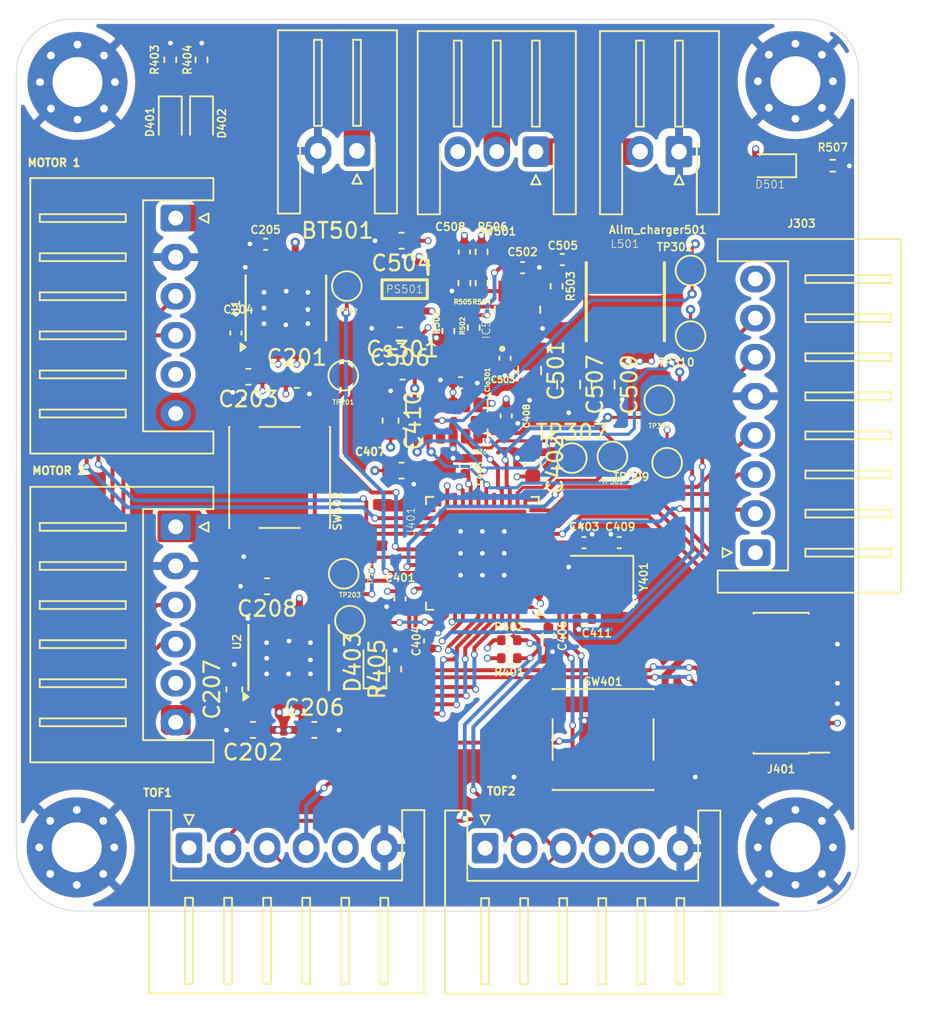
<source format=kicad_pcb>
(kicad_pcb (version 20240108) (generator "pcbnew") (generator_version "8.0")
  (layers (0 "F.Cu" signal) (1 "In1.Cu" signal) (2 "In2.Cu" signal) (31 "B.Cu" signal) (34 "B.Paste" user) (35 "F.Paste" user) (36 "B.SilkS" user "B.Silkscreen") (37 "F.SilkS" user "F.Silkscreen") (38 "B.Mask" user) (39 "F.Mask" user) (44 "Edge.Cuts" user))
  (net 0 "")
  (net 1 "INT_tof1")
  (net 2 "+3.3V")
  (net 3 "+VBAT")
  (net 4 "/motorisation Sheet/Motor1+")
  (net 5 "/motorisation Sheet/Motor1-")
  (net 6 "/motorisation Sheet/Motor2+")
  (net 7 "/motorisation Sheet/Motor2-")
  (net 8 "/brain Sheet/OSC_OUT")
  (net 9 "/brain Sheet/OSC_IN")
  (net 10 "/brain Sheet/NRST")
  (net 11 "+5V")
  (net 12 "PWM_MOT1_CH1")
  (net 13 "PWM_MOT1_CH2")
  (net 14 "PWM_MOT2_CH1")
  (net 15 "PWM_MOT2_CH2")
  (net 16 "/brain Sheet/status_Purple")
  (net 17 "/brain Sheet/status_Orange")
  (net 18 "Rx_lidar")
  (net 19 "DEV_EN")
  (net 20 "M_SCTR")
  (net 21 "M_EN")
  (net 22 "Tx_Lidar")
  (net 23 "Codeur1_PH1")
  (net 24 "Codeur1_PH2")
  (net 25 "Codeur2_PH2")
  (net 26 "Codeur2_PH1")
  (net 27 "/brain Sheet/TX_link")
  (net 28 "/brain Sheet/SWCLK")
  (net 29 "/brain Sheet/SWDIO")
  (net 30 "/brain Sheet/RX_link")
  (net 31 "SCL")
  (net 32 "SDA")
  (net 33 "INT_tof2")
  (net 34 "xshunt2")
  (net 35 "/brain Sheet/Button_1")
  (net 36 "MISO")
  (net 37 "nCS")
  (net 38 "MOSI")
  (net 39 "INT1_adx")
  (net 40 "INT2_adx")
  (net 41 "SCK")
  (net 42 "GND")
  (net 43 "xshunt1")
  (net 44 "Net-(IC501-VCC)")
  (net 45 "Net-(IC501-SW)")
  (net 46 "Net-(IC501-EN{slash}SYNC)")
  (net 47 "Net-(IC501-BST)")
  (net 48 "Net-(IC501-PG)")
  (net 49 "Net-(IC501-FB)")
  (net 50 "Net-(Alim_charger501-Pin_2)")
  (net 51 "Net-(BT501-+)")
  (net 52 "Net-(C505-Pad2)")
  (net 53 "Net-(C508-Pad2)")
  (net 56 "Net-(D401-K)")
  (net 57 "Net-(D402-K)")
  (net 58 "Net-(D501-K)")
  (net 73 "Net-(D403-K)")
  (net 74 "/brain Sheet/status_LiDAR")
  (footprint "Capacitor_SMD:C_0402_1005Metric" (layer "F.Cu") (at 151.425 81.41 -90)
    (property "Reference" "C508")
    (property "Value" "15pF")
  )
  (footprint "TestPoint:TestPoint_Pad_D1.5mm" (layer "F.Cu") (at 160.9 94.5)
    (property "Reference" "TP301")
    (property "Value" "TestPoint")
  )
  (footprint "Capacitor_SMD:C_0603_1608Metric" (layer "F.Cu") (at 147.469083 89.069898)
    (property "Reference" "Cs301")
    (property "Value" "1uF")
  )
  (footprint "Resistor_SMD:R_0402_1005Metric" (layer "F.Cu") (at 152.025 86.26 90)
    (property "Reference" "R502")
    (property "Value" "100k")
  )
  (footprint "Resistor_SMD:R_0402_1005Metric" (layer "F.Cu") (at 154.3 106.25 180)
    (property "Reference" "R402")
    (property "Value" "2.2k")
  )
  (footprint "TestPoint:TestPoint_Pad_D1.5mm" (layer "F.Cu") (at 165.9 86.8)
    (property "Reference" "TP310")
    (property "Value" "TestPoint")
  )
  (footprint "Capacitor_SMD:C_0402_1005Metric" (layer "F.Cu") (at 154.025 88.21 -90)
    (property "Reference" "C503")
    (property "Value" "0.1uF")
  )
  (footprint "Resistor_SMD:R_0402_1005Metric" (layer "F.Cu") (at 132.6 69.125 90)
    (property "Reference" "R403")
    (property "Value" "1k")
  )
  (footprint "Resistor_SMD:R_0402_1005Metric" (layer "F.Cu") (at 152.525 83.41 90)
    (property "Reference" "R504")
    (property "Value" "16k")
  )
  (footprint "Capacitor_SMD:C_0603_1608Metric" (layer "F.Cu") (at 141.825071 111.987258)
    (property "Reference" "C206")
    (property "Value" "10uF")
  )
  (footprint "Capacitor_SMD:C_0402_1005Metric" (layer "F.Cu") (at 136.8 86.6 90)
    (property "Reference" "C204")
    (property "Value" "100n")
  )
  (footprint "Connector_JST:JST_XH_S3B-XH-A-1_1x03_P2.50mm_Horizontal" (layer "F.Cu") (at 156 75 180)
    (property "Reference" "SW501")
    (property "Value" "Switch")
  )
  (footprint "TestPoint:TestPoint_Pad_D1.5mm" (layer "F.Cu") (at 144.1 105)
    (property "Reference" "TP203")
    (property "Value" "M2_PWM_FWD")
  )
  (footprint "Capacitor_SMD:C_0603_1608Metric" (layer "F.Cu") (at 147.4 80.7 180)
    (property "Reference" "C504")
    (property "Value" "1uF")
  )
  (footprint "MountingHole:MountingHole_3.2mm_M3_Pad_Via" (layer "F.Cu") (at 172.6125 70.5)
    (property "Reference" "H402" (hide yes))
    (property "Value" "~")
  )
  (footprint "Connector_JST:JST_XH_S2B-XH-A-1_1x02_P2.50mm_Horizontal" (layer "F.Cu") (at 165.1625 75 180)
    (property "Reference" "Alim_charger501")
    (property "Value" "Conn_01x02")
  )
  (footprint "Connector_JST:JST_XH_S6B-XH-A_1x06_P2.50mm_Horizontal" (layer "F.Cu") (at 152.75 119.55)
    (property "Reference" "J301" (hide yes))
    (property "Value" "Conn_01x06")
  )
  (footprint "Button_Switch_SMD:SW_Push_1P1T_NO_6x6mm_H9.5mm" (layer "F.Cu") (at 139.599499 95.840125 -90)
    (property "Reference" "SW402")
    (property "Value" "SW_Push")
  )
  (footprint "Resistor_SMD:R_0402_1005Metric" (layer "F.Cu") (at 147 108.1 90)
    (property "Reference" "R405")
    (property "Value" "1k")
  )
  (footprint "Button_Switch_SMD:SW_Push_1P1T_NO_6x6mm_H9.5mm" (layer "F.Cu") (at 160.3 112.6)
    (property "Reference" "SW401")
    (property "Value" "SW_Push")
  )
  (footprint "Capacitor_SMD:C_0402_1005Metric" (layer "F.Cu") (at 138.70495 80.925589 180)
    (property "Reference" "C205")
    (property "Value" "100n")
  )
  (footprint "MountingHole:MountingHole_3.2mm_M3_Pad_Via" (layer "F.Cu") (at 126.6625 70.55)
    (property "Reference" "H401" (hide yes))
    (property "Value" "~")
  )
  (footprint "Package_SO:Diodes_SO-8EP" (layer "F.Cu") (at 140.177977 107.360642 90)
    (property "Reference" "U2")
    (property "Value" "ZXBM5210-SP")
  )
  (footprint "Capacitor_SMD:C_0402_1005Metric" (layer "F.Cu") (at 151.48 95.1 -90)
    (property "Reference" "C405")
    (property "Value" "100 nF")
  )
  (footprint "Resistor_SMD:R_0402_1005Metric" (layer "F.Cu") (at 134.6 69.125 90)
    (property "Reference" "R404")
    (property "Value" "1k")
  )
  (footprint "Connector_PinHeader_1.27mm:PinHeader_2x07_P1.27mm_Vertical_SMD" (layer "F.Cu") (at 171.7 109 180)
    (property "Reference" "J401")
    (property "Value" "Conn_ST_STDC14")
  )
  (footprint "Resistor_SMD:R_0402_1005Metric" (layer "F.Cu") (at 151.425 83.41 90)
    (property "Reference" "R505")
    (property "Value" "7.68k")
  )
  (footprint "Capacitor_SMD:C_0603_1608Metric" (layer "F.Cu") (at 146.7 92.2 -90)
    (property "Reference" "C410")
    (property "Value" "1u")
  )
  (footprint "Capacitor_SMD:C_0402_1005Metric" (layer "F.Cu") (at 159.1 104.9 180)
    (property "Reference" "C411")
    (property "Value" "10 pF")
  )
  (footprint "TestPoint:TestPoint_Pad_D1.5mm" (layer "F.Cu") (at 143.7 102)
    (property "Reference" "TP204")
    (property "Value" "M2_PWM_REV")
  )
  (footprint "Capacitor_SMD:C_0805_2012Metric" (layer "F.Cu") (at 160.3 89.9 -90)
    (property "Reference" "C509")
    (property "Value" "22uF")
  )
  (footprint "Capacitor_SMD:C_0603_1608Metric" (layer "F.Cu") (at 136.7 109.4 90)
    (property "Reference" "C207")
    (property "Value" "1uF")
  )
  (footprint "Connector_JST:JST_XH_S8B-XH-A_1x08_P2.50mm_Horizontal" (layer "F.Cu") (at 170.05 100.65 90)
    (property "Reference" "J303")
    (property "Value" "Conn_01x08")
  )
  (footprint "Connector_JST:JST_XH_S2B-XH-A-1_1x02_P2.50mm_Horizontal" (layer "F.Cu") (at 144.55 74.95 180)
    (property "Reference" "BT501")
    (property "Value" "Battery_Cell")
  )
  (footprint "Capacitor_SMD:C_0805_2012Metric" (layer "F.Cu") (at 158.1 89.9 -90)
    (property "Reference" "C507")
    (property "Value" "22uF")
  )
  (footprint "Resistor_SMD:R_0402_1005Metric" (layer "F.Cu") (at 150.396845 86.471885 -90)
    (property "Reference" "R501")
    (property "Value" "100k")
  )
  (footprint "Capacitor_SMD:C_0402_1005Metric" (layer "F.Cu") (at 154.1 91.9 90)
    (property "Reference" "C408")
    (property "Value" "10 nF")
  )
  (footprint "LED_SMD:LED_0603_1608Metric_Pad1.05x0.95mm_HandSolder" (layer "F.Cu") (at 171 75.9 180)
    (property "Reference" "D501")
    (property "Value" "LED_ON")
  )
  (footprint "Capacitor_SMD:C_0603_1608Metric" (layer "F.Cu") (at 138.8 102.8 180)
    (property "Reference" "C208")
    (property "Value" "1uF")
  )
  (footprint "Library:INDPM5050X200N" (layer "F.Cu") (at 161.725 84.6 -90)
    (property "Reference" "L501")
    (property "Value" "4.7uH" (hide yes))
  )
  (footprint "Package_SO:Diodes_SO-8EP" (layer "F.Cu") (at 140 85 90)
    (property "Reference" "U1")
    (property "Value" "ZXBM5210-SP")
  )
  (footprint "Capacitor_SMD:C_0402_1005Metric" (layer "F.Cu") (at 151.18 89.781528)
    (property "Reference" "Cio301")
    (property "Value" "0.1uF")
  )
  (footprint "Connector_JST:JST_XH_S6B-XH-A_1x06_P2.50mm_Horizontal" (layer "F.Cu") (at 132.95 79.25 -90)
    (property "Reference" "J201" (hide yes))
    (property "Value" "Conn_01x06")
  )
  (footprint "Capacitor_SMD:C_0402_1005Metric" (layer "F.Cu") (at 149.2 106.3 90)
    (property "Reference" "C404")
    (property "Value" "100 nF")
  )
  (footprint "Package_LGA:LGA-14_3x5mm_P0.8mm_LayoutBorder1x6y" (layer "F.Cu") (at 150.3 92.2 -90)
    (property "Reference" "U301")
    (property "Value" "ADXL343")
  )
  (footprint "Crystal:Crystal_SMD_3225-4Pin_3.2x2.5mm" (layer "F.Cu") (at 160.239689 102.5 180)
    (property "Reference" "Y401")
    (property "Value" "Crystal_GND24_Small")
  )
  (footprint "Capacitor_SMD:C_0402_1005Metric" (layer "F.Cu") (at 147.3 103.6 -90)
    (property "Reference" "C401")
    (property "Value" "100 nF")
  )
  (footprint "Capacitor_SMD:C_0603_1608Metric" (layer "F.Cu") (at 137.6 89.4 180)
    (property "Reference" "C203")
    (property "Value" "10uF")
  )
  (footprint "Capacitor_SMD:C_0402_1005Metric" (layer "F.Cu") (at 159.079222 100.010362 180)
    (property "Reference" "C403")
    (property "Value" "100 nF")
  )
  (footprint "MountingHole:MountingHole_3.2mm_M3_Pad_Via" (layer "F.Cu") (at 126.6125 119.5)
    (property "Reference" "H404" (hide yes))
    (property "Value" "~")
  )
  (footprint "TestPoint:TestPoint_Pad_D1.5mm" (layer "F.Cu") (at 165.9 82.6)
    (property "Reference" "TP302")
    (property "Value" "TestPoint")
  )
  (footprint "Resistor_SMD:R_0402_1005Metric" (layer "F.Cu") (at 175 75.9)
    (property "Reference" "R507")
    (property "Value" "1k")
  )
  (footprint "LED_SMD:LED_0603_1608Metric_Pad1.05x0.95mm_HandSolder" (layer "F.Cu") (at 134.6 73.125 -90)
    (property "Reference" "D402")
    (property "Value" "LED_purple")
  )
  (footprint "Connector_JST:JST_XH_S6B-XH-A_1x06_P2.50mm_Horizontal" (layer "F.Cu") (at 132.95 99 -90)
    (property "Reference" "J202" (hide yes))
    (property "Value" "Conn_01x06")
  )
  (footprint "Capacitor_SMD:C_0402_1005Metric" (layer "F.Cu") (at 155.15 82.42 180)
    (property "Reference" "C502")
    (property "Value" "0.1uF")
  )
  (footprint "TestPoint:TestPoint_Pad_D1.5mm" (layer "F.Cu") (at 143.673142 89.327084)
    (property "Reference" "TP201")
    (property "Value" "M1_PWM_FWD")
  )
  (footprint "Capacitor_SMD:C_0603_1608Metric" (layer "F.Cu") (at 155.8 95 -90)
    (property "Reference" "C402")
    (property "Value" "1uF")
  )
  (footprint "TestPoint:TestPoint_Pad_D1.5mm" (layer "F.Cu") (at 163.9 90.9 180)
    (property "Reference" "TP308")
    (property "Value" "TestPoint")
  )
  (footprint "Resistor_SMD:R_0402_1005Metric" (layer "F.Cu") (at 157.325 83.61 90)
    (property "Reference" "R503")
    (property "Value" "20")
  )
  (footprint "Capacitor_SMD:C_0402_1005Metric" (layer "F.Cu") (at 161.339689 100.006057 180)
    (property "Reference" "C409")
    (property "Value" "10 pF")
  )
  (footprint "Capacitor_SMD:C_0603_1608Metric" (layer "F.Cu") (at 147.4 95.4)
    (property "Reference" "C407")
    (property "Value" "4.7 uF")
  )
  (footprint "LED_SMD:LED_0603_1608Metric_Pad1.05x0.95mm_HandSolder" (layer "F.Cu") (at 132.6 73.125 -90)
    (property "Reference" "D401")
    (property "Value" "LED_status_orange")
  )
  (footprint "Resistor_SMD:R_0402_1005Metric" (layer "F.Cu") (at 154.3 107.4 180)
    (property "Reference" "R401")
    (property "Value" "3.3k")
  )
  (footprint "Connector_JST:JST_XH_S6B-XH-A_1x06_P2.50mm_Horizontal" (layer "F.Cu") (at 133.8 119.525)
    (property "Reference" "J302" (hide yes))
    (property "Value" "Conn_01x06")
  )
  (footprint "Library:SOT65P280X100-8N" (layer "F.Cu") (at 154.825 85.11 90)
    (property "Reference" "IC501")
    (property "Value" "MP1475DJ-LF-P")
  )
  (footprint "Capacitor_SMD:C_0603_1608Metric" (layer "F.Cu") (at 137.888071 111.987258 180)
    (property "Reference" "C202")
    (property "Value" "1uF")
  )
  (footprint "MountingHole:MountingHole_3.2mm_M3_Pad_Via" (layer "F.Cu") (at 172.6125 119.5)
    (property "Reference" "H403" (hide yes))
    (property "Value" "~")
  )
  (footprint "TestPoint:TestPoint_Pad_D1.5mm" (layer "F.Cu") (at 143.9 83.6)
    (property "Reference" "TP202")
    (property "Value" "M1_PWM_REV")
  )
  (footprint "Library:SOT95P280X125-5N" (layer "F.Cu") (at 147.6 83.8 -90)
    (property "Reference" "PS501")
    (property "Value" "BU33SD5WG-TR" (hide yes))
  )
  (footprint "LED_SMD:LED_0603_1608Metric_Pad1.05x0.95mm_HandSolder" (layer "F.Cu") (at 145.7 107.675 90)
    (property "Reference" "D403")
    (property "Value" "LED_status_LiDAR")
  )
  (footprint "Capacitor_SMD:C_0603_1608Metric" (layer "F.Cu") (at 147.3 86.75 180)
    (property "Reference" "C506")
    (property "Value" "1uF")
  )
  (footprint "Capacitor_SMD:C_0402_1005Metric" (layer "F.Cu") (at 157.688245 81.905813 180)
    (property "Reference" "C505")
    (property "Value" "0.1uF")
  )
  (footprint "Capacitor_SMD:C_0603_1608Metric" (layer "F.Cu") (at 140.7 89.6)
    (property "Reference" "C201")
    (property "Value" "1uF")
  )
  (footprint "Package_DFN_QFN:QFN-48-1EP_7x7mm_P0.5mm_EP5.6x5.6mm" (layer "F.Cu") (at 152.577688 100.693226 180)
    (property "Reference" "U401")
    (property "Value" "STM32G431CBU6")
  )
  (footprint "Resistor_SMD:R_0402_1005Metric" (layer "F.Cu") (at 152.525 81.41 90)
    (property "Reference" "R506")
    (property "Value" "40.2k")
  )
  (footprint "TestPoint:TestPoint_Pad_D1.5mm" (layer "F.Cu") (at 158.3 94.6)
    (property "Reference" "TP307")
    (property "Value" "TestPoint")
  )
  (footprint "Capacitor_SMD:C_0805_2012Metric" (layer "F.Cu") (at 155.6 89 -90)
    (property "Reference" "C501")
    (property "Value" "22uF")
  )
  (footprint "TestPoint:TestPoint_Pad_D1.5mm" (layer "F.Cu") (at 164.4 94.9)
    (property "Reference" "TP309")
    (property "Value" "TestPoint")
  )
  (footprint "Capacitor_SMD:C_0402_1005Metric" (layer "F.Cu") (at 156.8 105.92 -90)
    (property "Reference" "C406")
    (property "Value" "100 nF")
  )
  (gr_arc (start 126.746 123.571) (mid 123.917466 122.399756) (end 122.745798 119.571398) (stroke (width 0.05)) (layer "Edge.Cuts"))
  (gr_line (start 126.161966 66.536988) (end 173.161966 66.536988) (stroke (width 0.05)) (layer "Edge.Cuts"))
  (gr_line (start 176.6625 70.05) (end 176.6625 120.05) (stroke (width 0.05)) (layer "Edge.Cuts"))
  (gr_arc (start 173.161966 66.536988) (mid 175.684242 67.524227) (end 176.6625 70.05) (stroke (width 0.05)) (layer "Edge.Cuts"))
  (gr_line (start 122.745798 119.571398) (end 122.750641 70.08448) (stroke (width 0.05)) (layer "Edge.Cuts"))
  (gr_line (start 173.161979 123.577097) (end 126.746 123.571) (stroke (width 0.05)) (layer "Edge.Cuts"))
  (gr_arc (start 122.750641 70.08448) (mid 123.712542 67.595521) (end 126.161966 66.536988) (stroke (width 0.05)) (layer "Edge.Cuts"))
  (gr_arc (start 176.662499 120.05) (mid 175.666599 122.562224) (end 173.161979 123.577097) (stroke (width 0.05)) (layer "Edge.Cuts"))
  (gr_text "TOF2\n" (at 152.8 116.2 0) (layer "F.SilkS") (effects (font (size 0.5 0.5) (thickness 0.125) (bold yes)) (justify left bottom)))
  (gr_text "TOF1" (at 130.8 116.3 0) (layer "F.SilkS") (effects (font (size 0.5 0.5) (thickness 0.125) (bold yes)) (justify left bottom)))
  (gr_text "MOTOR 2\n" (at 123.7 95.7 0) (layer "F.SilkS") (effects (font (size 0.5 0.5) (thickness 0.125) (bold yes)) (justify left bottom)))
  (gr_text "MOTOR 1\n" (at 123.4 76 0) (layer "F.SilkS") (effects (font (size 0.5 0.5) (thickness 0.125) (bold yes)) (justify left bottom)))
  (segment (start 160.25 119.45) (end 160.25 119.55) (width 0.25) (layer "F.Cu") (net 1))
  (segment (start 157.5 106.65) (end 157.5 103.940798) (width 0.25) (layer "F.Cu") (net 1))
  (segment (start 158.35 111.7) (end 158.35 117.55) (width 0.25) (layer "F.Cu") (net 1))
  (segment (start 157.5 103.940798) (end 156.502428 102.943226) (width 0.25) (layer "F.Cu") (net 1))
  (segment (start 156.502428 102.943226) (end 156.015188 102.943226) (width 0.25) (layer "F.Cu") (net 1))
  (segment (start 158.25 107.4) (end 157.5 106.65) (width 0.25) (layer "F.Cu") (net 1))
  (segment (start 158.35 117.55) (end 160.25 119.45) (width 0.25) (layer "F.Cu") (net 1))
  (via (at 158.25 107.4) (size 0.45) (drill 0.3) (layers "F.Cu" "B.Cu") (net 1))
  (via (at 158.35 111.7) (size 0.45) (drill 0.3) (layers "F.Cu" "B.Cu") (net 1))
  (segment (start 158.25 107.4) (end 158.35 107.5) (width 0.3) (layer "B.Cu") (net 1))
  (segment (start 158.35 107.5) (end 158.35 111.7) (width 0.25) (layer "B.Cu") (net 1))
  (segment (start 156.8 105.2) (end 156 104.4) (width 0.25) (layer "F.Cu") (net 2))
  (segment (start 153.2 91.1) (end 152.4 91.1) (width 0.45) (layer "F.Cu") (net 2))
  (segment (start 170.069136 74.814564) (end 170.069136 75.844136) (width 0.45) (layer "F.Cu") (net 2))
  (segment (start 151.69293 96.252357) (end 151.827688 96.387115) (width 0.25) (layer "F.Cu") (net 2))
  (segment (start 155.8 95.775) (end 154.825 95.775) (width 0.25) (layer "F.Cu") (net 2))
  (segment (start 152.9 106.75) (end 152.9 106.65) (width 0.25) (layer "F.Cu") (net 2))
  (segment (start 149.35 85.2) (end 148.55 85.2) (width 0.45) (layer "F.Cu") (net 2))
  (segment (start 148.25 90.15) (end 148.25 91.15) (width 0.25) (layer "F.Cu") (net 2))
  (segment (start 156.3 103.728038) (end 156.015188 103.443226) (width 0.25) (layer "F.Cu") (net 2))
  (segment (start 156.8 105.27) (end 156.8 105.2) (width 0.25) (layer "F.Cu") (net 2))
  (segment (start 156 104.4) (end 155.730726 104.130726) (width 0.25) (layer "F.Cu") (net 2))
  (segment (start 155.730726 104.130726) (end 155.327688 104.130726) (width 0.25) (layer "F.Cu") (net 2))
  (segment (start 151.1 96.45) (end 151.327688 96.677688) (width 0.25) (layer "F.Cu") (net 2))
  (segment (start 146.7 93.9) (end 146.7 92.975) (width 0.2) (layer "F.Cu") (net 2))
  (segment (start 151.69293 95.79293) (end 151.48 95.58) (width 0.25) (layer "F.Cu") (net 2))
  (segment (start 151.827688 96.387115) (end 151.827688 97.255726) (width 0.25) (layer "F.Cu") (net 2))
  (segment (start 170.069136 75.844136) (end 170.125 75.9) (width 0.45) (layer "F.Cu") (net 2))
  (segment (start 154.825 95.775) (end 154.8 95.8) (width 0.2) (layer "F.Cu") (net 2))
  (segment (start 148.25 89.075815) (end 148.244083 89.069898) (width 0.2) (layer "F.Cu") (net 2))
  (segment (start 148.3 91.039883) (end 148.3 91.2) (width 0.25) (layer "F.Cu") (net 2))
  (segment (start 151.327688 96.677688) (end 151.327688 97.255726) (width 0.25) (layer "F.Cu") (net 2))
  (segment (start 175.3 111.551628) (end 173.661628 111.551628) (width 0.25) (layer "F.Cu") (net 2))
  (segment (start 150.7 89.781528) (end 150.7 90.4) (width 0.25) (layer "F.Cu") (net 2))
  (segment (start 148.25 90.15) (end 148.25 89.075815) (width 0.25) (layer "F.Cu") (net 2))
  (segment (start 148.075 86.75) (end 148.65 86.75) (width 0.25) (layer "F.Cu") (net 2))
  (segment (start 146.5 103.12) (end 147.3 103.12) (width 0.25) (layer "F.Cu") (net 2))
  (segment (start 145.7 95.4) (end 146.625 95.4) (width 0.2) (layer "F.Cu") (net 2))
  (segment (start 151.69293 96.252357) (end 151.69293 95.79293) (width 0.25) (layer "F.Cu") (net 2))
  (segment (start 154.1 90.82) (end 154.1 91.42) (width 0.45) (layer "F.Cu") (net 2))
  (segment (start 152.4 91.1) (end 152.3 91.2) (width 0.45) (layer "F.Cu") (net 2))
  (segment (start 148.3 91.2) (end 148.3 91.157537) (width 0.2) (layer "F.Cu") (net 2))
  (segment (start 150.7 91.2) (end 150.7 90.4) (width 0.25) (layer "F.Cu") (net 2))
  (segment (start 149.73 106.78) (end 149.75 106.8) (width 0.45) (layer "F.Cu") (net 2))
  (segment (start 148.65 86.75) (end 149.1 86.3) (width 0.25) (layer "F.Cu") (net 2))
  (segment (start 173.661628 111.551628) (end 173.65 111.54) (width 0.25) (layer "F.Cu") (net 2))
  (segment (start 153.79 107.4) (end 152.9 107.4) (width 0.25) (layer "F.Cu") (net 2))
  (segment (start 148.25 91.15) (end 148.3 91.2) (width 0.2) (layer "F.Cu") (net 2))
  (segment (start 156.3 103.9) (end 156.3 103.728038) (width 0.25) (layer "F.Cu") (net 2))
  (segment (start 149.2 106.78) (end 149.73 106.78) (width 0.45) (layer "F.Cu") (net 2))
  (segment (start 148.293226 102.943226) (end 149.140188 102.943226) (width 0.25) (layer "F.Cu") (net 2))
  (segment (start 153.3 106.25) (end 153.79 106.25) (width 0.25) (layer "F.Cu") (net 2))
  (segment (start 152.9 106.65) (end 153.3 106.25) (width 0.25) (layer "F.Cu") (net 2))
  (segment (start 150.327688 96.377688) (end 150.327688 97.255726) (width 0.25) (layer "F.Cu") (net 2))
  (via (at 149.1 86.25) (size 0.45) (drill 0.3) (layers "F.Cu" "B.Cu") (net 2))
  (via (at 149.75 106.8) (size 0.45) (drill 0.3) (layers "F.Cu" "B.Cu") (net 2))
  (via (at 149.35 85.2) (size 0.45) (drill 0.3) (layers "F.Cu" "B.Cu") (net 2))
  (via (at 156.3 103.9) (size 0.45) (drill 0.3) (layers "F.Cu" "B.Cu") (net 2))
  (via (at 170.069136 74.814564) (size 0.45) (drill 0.3) (layers "F.Cu" "B.Cu") (net 2))
  (via (at 146.7 93.9) (size 0.6) (drill 0.3) (layers "F.Cu" "B.Cu") (net 2))
  (via (at 154.1 90.82) (size 0.45) (drill 0.3) (layers "F.Cu" "B.Cu") (net 2))
  (via (at 146.5 103.12) (size 0.45) (drill 0.3) (layers "F.Cu" "B.Cu") (net 2))
  (via (at 148.2 103.1) (size 0.45) (drill 0.3) (layers "F.Cu" "B.Cu") (net 2))
  (via (at 154.8 95.8) (size 0.45) (drill 0.3) (layers "F.Cu" "B.Cu") (net 2))
  (via (at 150.327688 96.377688) (size 0.45) (drill 0.3) (layers "F.Cu" "B.Cu") (net 2))
  (via (at 153.2 91.1) (size 0.45) (drill 0.3) (layers "F.Cu" "B.Cu") (net 2))
  (via (at 151.69293 96.252357) (size 0.45) (drill 0.3) (layers "F.Cu" "B.Cu") (net 2))
  (via (at 148.25 90.15) (size 0.6) (drill 0.3) (layers "F.Cu" "B.Cu") (net 2))
  (via (at 175.3 111.551628) (size 0.45) (drill 0.3) (layers "F.Cu" "B.Cu") (net 2))
  (via (at 156 104.4) (size 0.45) (drill 0.3) (layers "F.Cu" "B.Cu") (net 2))
  (via (at 152.9 106.75) (size 0.45) (drill 0.3) (layers "F.Cu" "B.Cu") (net 2))
  (via (at 145.7 95.4) (size 0.6) (drill 0.3) (layers "F.Cu" "B.Cu") (net 2))
  (via (at 151.1 96.45) (size 0.45) (drill 0.3) (layers "F.Cu" "B.Cu") (net 2))
  (via (at 150.7 90.4) (size 0.45) (drill 0.3) (layers "F.Cu" "B.Cu") (net 2))
  (via (at 152.9 107.4) (size 0.45) (drill 0.3) (layers "F.Cu" "B.Cu") (net 2))
  (segment (start 138.675813 112) (end 138.663071 111.987258) (width 0.2) (layer "F.Cu") (net 3))
  (segment (start 140.6 80.8) (end 140.6 82.4675) (width 0.45) (layer "F.Cu") (net 3))
  (segment (start 140.812977 110.773142) (end 140.727477 110.858642) (width 0.2) (layer "F.Cu") (net 3))
  (segment (start 141.037329 112) (end 141.050071 111.987258) (width 0.2) (layer "F.Cu") (net 3))
  (segment (start 139.5 112) (end 138.675813 112) (width 0.2) (layer "F.Cu") (net 3))
  (segment (start 139.5 88.6) (end 139.5 87.6325) (width 0.2) (layer "F.Cu") (net 3))
  (segment (start 150.396845 86.981885) (end 149.696885 86.981885) (width 0.25) (layer "F.Cu") (net 3))
  (segment (start 140.7 87.5625) (end 140.635 87.4975) (width 0.2) (layer "F.Cu") (net 3))
  (segment (start 139.542977 110.817142) (end 139.584477 110.858642) (width 0.2) (layer "F.Cu") (net 3))
  (segment (start 139.542977 109.858142) (end 139.542977 110.817142) (width 0.2) (layer "F.Cu") (net 3))
  (segment (start 140 90.5) (end 140 89.675) (width 0.25) (layer "F.Cu") (net 3))
  (segment (start 140.6 82.4675) (end 140.635 82.5025) (width 0.45) (layer "F.Cu") (net 3))
  (segment (start 140.7 88.6) (end 140.7 87.5625) (width 0.2) (layer "F.Cu") (net 3))
  (segment (start 149.696885 86.981885) (end 149.625 86.91) (width 0.25) (layer "F.Cu") (net 3))
  (segment (start 140.2 112) (end 141.037329 112) (width 0.2) (layer "F.Cu") (net 3))
  (segment (start 140.865477 103.560642) (end 140.865477 104.810642) (width 0.45) (layer "F.Cu") (net 3))
  (segment (start 140.865477 104.810642) (end 140.812977 104.863142) (width 0.45) (layer "F.Cu") (net 3))
  (segment (start 140.812977 109.858142) (end 140.812977 110.773142) (width 0.2) (layer "F.Cu") (net 3))
  (segment (start 139.5 87.6325) (end 139.365 87.4975) (width 0.2) (layer "F.Cu") (net 3))
  (segment (start 140 89.675) (end 139.925 89.6) (width 0.2) (layer "F.Cu") (net 3))
  (segment (start 138.5 90.3) (end 138.5 89.525) (width 0.25) (layer "F.Cu") (net 3))
  (segment (start 138.5 89.525) (end 138.375 89.4) (width 0.2) (layer "F.Cu") (net 3))
  (via (at 140.7 88.6) (size 0.45) (drill 0.3) (layers "F.Cu" "B.Cu") (net 3))
  (via (at 139.584477 110.858642) (size 0.45) (drill 0.3) (layers "F.Cu" "B.Cu") (net 3))
  (via (at 140.865477 103.560642) (size 0.45) (drill 0.3) (layers "F.Cu" "B.Cu") (net 3))
  (via (at 140 90.5) (size 0.45) (drill 0.3) (layers "F.Cu" "B.Cu") (net 3))
  (via (at 139.5 88.6) (size 0.45) (drill 0.3) (layers "F.Cu" "B.Cu") (net 3))
  (via (at 138.5 90.3) (size 0.45) (drill 0.3) (layers "F.Cu" "B.Cu") (net 3))
  (via (at 139.5 112) (size 0.45) (drill 0.3) (layers "F.Cu" "B.Cu") (net 3))
  (via (at 140.6 80.8) (size 0.6) (drill 0.3) (layers "F.Cu" "B.Cu") (net 3))
  (via (at 140.2 112) (size 0.45) (drill 0.3) (layers "F.Cu" "B.Cu") (net 3))
  (via (at 140.727477 110.858642) (size 0.45) (drill 0.3) (layers "F.Cu" "B.Cu") (net 3))
  (via (at 149.625 86.91) (size 0.45) (drill 0.3) (layers "F.Cu" "B.Cu") (net 3))
  (segment (start 161.339689 101.65) (end 161.819689 101.17) (width 0.25) (layer "F.Cu") (net 8))
  (segment (start 161 100.7) (end 161.339689 101.039689) (width 0.25) (layer "F.Cu") (net 8))
  (segment (start 161.819689 101.17) (end 161.819689 100.006057) (width 0.25) (layer "F.Cu") (net 8))
  (segment (start 161.339689 101.039689) (end 161.339689 101.65) (width 0.25) (layer "F.Cu") (net 8))
  (segment (start 156.015188 100.943226) (end 156.65 100.943226) (width 0.25) (layer "F.Cu") (net 8))
  (segment (start 156.65 100.943226) (end 156.893226 100.7) (width 0.25) (layer "F.Cu") (net 8))
  (segment (start 156.893226 100.7) (end 161 100.7) (width 0.25) (layer "F.Cu") (net 8))
  (segment (start 156.643226 101.443226) (end 158.55 103.35) (width 0.25) (layer "F.Cu") (net 9))
  (segment (start 158.55 103.35) (end 159.139689 103.35) (width 0.25) (layer "F.Cu") (net 9))
  (segment (start 159.139689 103.35) (end 159.55 103.760311) (width 0.25) (layer "F.Cu") (net 9))
  (segment (start 159.55 104.87) (end 159.58 104.9) (width 0.25) (layer "F.Cu") (net 9))
  (segment (start 156.015188 101.443226) (end 156.643226 101.443226) (width 0.25) (layer "F.Cu") (net 9))
  (segment (start 159.55 103.760311) (end 159.55 104.87) (width 0.25) (layer "F.Cu") (net 9))
  (segment (start 156.513604 100.443226) (end 156.015188 100.443226) (width 0.25) (layer "F.Cu") (net 10))
  (segment (start 163.25 98.35) (end 158.886396 98.35) (width 0.25) (layer "F.Cu") (net 10))
  (segment (start 156.946468 100.010362) (end 156.513604 100.443226) (width 0.25) (layer "F.Cu") (net 10))
  (segment (start 156.95683 100) (end 156.946468 100.010362) (width 0.25) (layer "F.Cu") (net 10))
  (segment (start 158.599222 100.010362) (end 158.58886 100) (width 0.25) (layer "F.Cu") (net 10))
  (segment (start 158.58886 100) (end 156.95683 100) (width 0.25) (layer "F.Cu") (net 10))
  (segment (start 158.886396 98.35) (end 158.599222 98.637174) (width 0.25) (layer "F.Cu") (net 10))
  (segment (start 158.599222 98.637174) (end 158.599222 100.010362) (width 0.25) (layer "F.Cu") (net 10))
  (segment (start 169.75 106.46) (end 168.81 106.46) (width 0.25) (layer "F.Cu") (net 10))
  (segment (start 164.275 110.35) (end 164.275 108.525) (width 0.45) (layer "F.Cu") (net 10))
  (segment (start 156.325 110.35) (end 164.275 110.35) (width 1) (layer "F.Cu") (net 10))
  (segment (start 168.15 103.25) (end 163.25 98.35) (width 0.25) (layer "F.Cu") (net 10))
  (segment (start 168.15 105.8) (end 168.15 103.25) (width 0.25) (layer "F.Cu") (net 10))
  (segment (start 156.946468 100.010362) (end 156.989638 100.010362) (width 0.25) (layer "F.Cu") (net 10))
  (segment (start 164.275 108.525) (end 166.34 106.46) (width 0.45) (layer "F.Cu") (net 10))
  (segment (start 168.81 106.46) (end 168.15 105.8) (width 0.25) (layer "F.Cu") (net 10))
  (segment (start 166.34 106.46) (end 169.75 106.46) (width 0.45) (layer "F.Cu") (net 10))
  (segment (start 148.53 81.7) (end 148.53 82.38) (width 0.45) (layer "F.Cu") (net 11))
  (segment (start 148.53 82.38) (end 148.55 82.4) (width 0.45) (layer "F.Cu") (net 11))
  (segment (start 148.55 83.1) (end 148.15 83.5) (width 0.3) (layer "F.Cu") (net 11))
  (segment (start 146.65 83.1) (end 146.65 82.4) (width 0.3) (layer "F.Cu") (net 11))
  (segment (start 147.05 83.5) (end 146.65 83.1) (width 0.3) (layer "F.Cu") (net 11))
  (segment (start 152.525 80.36) (end 152.525 80.9) (width 0.45) (layer "F.Cu") (net 11))
  (segment (start 158.1 88.95) (end 160.3 88.95) (width 1) (layer "F.Cu") (net 11))
  (segment (start 151.425 80.36) (end 151.425 80.93) (width 0.45) (layer "F.Cu") (net 11))
  (segment (start 148.15 83.5) (end 147.05 83.5) (width 0.3) (layer "F.Cu") (net 11))
  (segment (start 148.55 82.4) (end 148.55 83.1) (width 0.3) (layer "F.Cu") (net 11))
  (segment (start 148.175 80.7) (end 149.1 80.7) (width 0.25) (layer "F.Cu") (net 11))
  (via (at 151.425 80.36) (size 0.45) (drill 0.3) (layers "F.Cu" "B.Cu") (net 11))
  (via (at 149.1 80.7) (size 0.45) (drill 0.3) (layers "F.Cu" "B.Cu") (net 11))
  (via (at 162.65 88.4) (size 0.45) (drill 0.3) (layers "F.Cu" "B.Cu") (net 11))
  (via (at 163.4 88.4) (size 0.45) (drill 0.3) (layers "F.Cu" "B.Cu") (net 11))
  (via (at 148.53 81.7) (size 0.45) (drill 0.3) (layers "F.Cu" "B.Cu") (net 11))
  (via (at 161.9 88.4) (size 0.45) (drill 0.3) (layers "F.Cu" "B.Cu") (net 11))
  (via (at 152.525 80.36) (size 0.45) (drill 0.3) (layers "F.Cu" "B.Cu") (net 11))
  (segment (start 149.140188 100.443226) (end 147.193226 100.443226) (width 0.25) (layer "F.Cu") (net 12))
  (segment (start 147.05 96.8) (end 145.5 96.8) (width 0.25) (layer "F.Cu") (net 12))
  (segment (start 143.7 89.353942) (end 143.673142 89.327084) (width 0.25) (layer "F.Cu") (net 12))
  (segment (start 143.673142 89.265642) (end 141.905 87.4975) (width 0.25) (layer "F.Cu") (net 12))
  (segment (start 143.2 94.5) (end 143.2 90.9) (width 0.25) (layer "F.Cu") (net 12))
  (segment (start 145.5 96.8) (end 143.2 94.5) (width 0.25) (layer "F.Cu") (net 12))
  (segment (start 147.193226 100.443226) (end 147 100.25) (width 0.25) (layer "F.Cu") (net 12))
  (segment (start 143.673142 89.327084) (end 143.673142 89.265642) (width 0.25) (layer "F.Cu") (net 12))
  (segment (start 143.7 90.4) (end 143.7 89.353942) (width 0.25) (layer "F.Cu") (net 12))
  (segment (start 143.2 90.9) (end 143.7 90.4) (width 0.25) (layer "F.Cu") (net 12))
  (via (at 147 100.25) (size 0.45) (drill 0.3) (layers "F.Cu" "B.Cu") (net 12))
  (via (at 147.05 96.8) (size 0.45) (drill 0.3) (layers "F.Cu" "B.Cu") (net 12))
  (segment (start 147.05 96.8) (end 147.05 100.2) (width 0.25) (layer "B.Cu") (net 12))
  (segment (start 147.05 100.2) (end 147 100.25) (width 0.25) (layer "B.Cu") (net 12))
  (segment (start 143.9 83.6) (end 143.9 85.25) (width 0.25) (layer "F.Cu") (net 13))
  (segment (start 146.48118 101.943226) (end 149.140188 101.943226) (width 0.25) (layer "F.Cu") (net 13))
  (segment (start 146.4 101.862046) (end 146.48118 101.943226) (width 0.25) (layer "F.Cu") (net 13))
  (segment (start 143.9 85.25) (end 143.85 85.3) (width 0.25) (layer "F.Cu") (net 13))
  (segment (start 142.8025 82.5025) (end 141.905 82.5025) (width 0.25) (layer "F.Cu") (net 13))
  (segment (start 143.9 83.6) (end 142.8025 82.5025) (width 0.25) (layer "F.Cu") (net 13))
  (via (at 146.4 101.862046) (size 0.45) (drill 0.3) (layers "F.Cu" "B.Cu") (net 13))
  (via (at 143.85 85.3) (size 0.6) (drill 0.3) (layers "F.Cu" "B.Cu") (net 13))
  (segment (start 146.25 96.85) (end 146.25 101.712046) (width 0.25) (layer "B.Cu") (net 13))
  (segment (start 146.25 101.712046) (end 146.4 101.862046) (width 0.25) (layer "B.Cu") (net 13))
  (segment (start 143.85 94.45) (end 146.25 96.85) (width 0.25) (layer "B.Cu") (net 13))
  (segment (start 143.85 85.3) (end 143.85 94.45) (width 0.25) (layer "B.Cu") (net 13))
  (segment (start 142.082977 109.858142) (end 142.082977 109.504023) (width 0.25) (layer "F.Cu") (net 14))
  (segment (start 142.082977 109.504023) (end 143.637 107.95) (width 0.25) (layer "F.Cu") (net 14))
  (segment (start 149.140188 100.943226) (end 145.856774 100.943226) (width 0.2) (layer "F.Cu") (net 14))
  (segment (start 145.5 101.3) (end 145.5 101.8) (width 0.2) (layer "F.Cu") (net 14))
  (segment (start 143.637 104.14) (end 143.637 107.95) (width 0.25) (layer "F.Cu") (net 14))
  (segment (start 145.5 103.3) (end 144.477 103.3) (width 0.25) (layer "F.Cu") (net 14))
  (segment (start 142.185477 109.960642) (end 142.082977 109.858142) (width 0.25) (layer "F.Cu") (net 14))
  (segment (start 145.856774 100.943226) (end 145.5 101.3) (width 0.2) (layer "F.Cu") (net 14))
  (segment (start 144.477 103.3) (end 143.637 104.14) (width 0.25) (layer "F.Cu") (net 14))
  (via (at 145.5 101.8) (size 0.45) (drill 0.3) (layers "F.Cu" "B.Cu") (net 14))
  (via (at 145.5 103.3) (size 0.45) (drill 0.3) (layers "F.Cu" "B.Cu") (net 14))
  (segment (start 145.5 101.8) (end 145.5 103.3) (width 0.25) (layer "B.Cu") (net 14))
  (segment (start 145.5 103.3) (end 145.5 103.1) (width 0.25) (layer "B.Cu") (net 14))
  (segment (start 149.140188 102.443226) (end 142.356774 102.443226) (width 0.25) (layer "F.Cu") (net 15))
  (segment (start 142.356774 102.443226) (end 142.082977 102.717023) (width 0.25) (layer "F.Cu") (net 15))
  (segment (start 142.082977 102.717023) (end 142.082977 104.863142) (width 0.25) (layer "F.Cu") (net 15))
  (segment (start 145.15 97.4) (end 145.15 98.702818) (width 0.25) (layer "F.Cu") (net 16))
  (segment (start 128 95) (end 128 80.6) (width 0.25) (layer "F.Cu") (net 16))
  (segment (start 144.95 97.2) (end 145.15 97.4) (width 0.25) (layer "F.Cu") (net 16))
  (segment (start 149.11719 98.966224) (end 149.140188 98.943226) (width 0.25) (layer "F.Cu") (net 16))
  (segment (start 128 80.6) (end 134.6 74) (width 0.25) (layer "F.Cu") (net 16))
  (segment (start 145.413406 98.966224) (end 149.11719 98.966224) (width 0.25) (layer "F.Cu") (net 16))
  (segment (start 145.15 98.702818) (end 145.413406 98.966224) (width 0.25) (layer "F.Cu") (net 16))
  (via (at 128 95) (size 0.45) (drill 0.3) (layers "F.Cu" "B.Cu") (net 16))
  (via (at 144.95 97.2) (size 0.45) (drill 0.3) (layers "F.Cu" "B.Cu") (net 16))
  (segment (start 130.3 97.3) (end 128 95) (width 0.25) (layer "B.Cu") (net 16))
  (segment (start 144.85 97.3) (end 130.3 97.3) (width 0.25) (layer "B.Cu") (net 16))
  (segment (start 144.95 97.2) (end 144.85 97.3) (width 0.25) (layer "B.Cu") (net 16))
  (segment (start 127.25 95.15) (end 127.25 79.35) (width 0.25) (layer "F.Cu") (net 17))
  (segment (start 145.7 98.441224) (end 145.97018 98.441224) (width 0.25) (layer "F.Cu") (net 17))
  (segment (start 145.972182 98.443226) (end 149.140188 98.443226) (width 0.25) (layer "F.Cu") (net 17))
  (segment (start 145.97018 98.441224) (end 145.972182 98.443226) (width 0.25) (layer "F.Cu") (net 17))
  (segment (start 127.25 79.35) (end 132.6 74) (width 0.25) (layer "F.Cu") (net 17))
  (via (at 145.7 98.441224) (size 0.45) (drill 0.3) (layers "F.Cu" "B.Cu") (net 17))
  (via (at 127.25 95.15) (size 0.45) (drill 0.3) (layers "F.Cu" "B.Cu") (net 17))
  (segment (start 129.85 97.75) (end 144.972182 97.75) (width 0.25) (layer "B.Cu") (net 17))
  (segment (start 127.25 95.15) (end 129.85 97.75) (width 0.25) (layer "B.Cu") (net 17))
  (segment (start 144.972182 97.75) (end 145.663406 98.441224) (width 0.25) (layer "B.Cu") (net 17))
  (segment (start 145.663406 98.441224) (end 145.7 98.441224) (width 0.25) (layer "B.Cu") (net 17))
  (segment (start 166.65 91.55) (end 170.05 88.15) (width 0.25) (layer "F.Cu") (net 18))
  (segment (start 151.327688 104.972312) (end 151.327688 104.130726) (width 0.25) (layer "F.Cu") (net 18))
  (segment (start 166.65 95.15) (end 166.65 91.55) (width 0.25) (layer "F.Cu") (net 18))
  (segment (start 150 106.3) (end 151.327688 104.972312) (width 0.25) (layer "F.Cu") (net 18))
  (via (at 150 106.3) (size 0.45) (drill 0.3) (layers "F.Cu" "B.Cu") (net 18))
  (via (at 166.65 95.15) (size 0.45) (drill 0.3) (layers "F.Cu" "B.Cu") (net 18))
  (segment (start 158.521397 106.099215) (end 161.080351 106.099215) (width 0.25) (layer "B.Cu") (net 18))
  (segment (start 161.080351 106.099215) (end 166.65 100.529566) (width 0.25) (layer "B.Cu") (net 18))
  (segment (start 150 106.3) (end 150.563909 105.736091) (width 0.25) (layer "B.Cu") (net 18))
  (segment (start 166.65 100.529566) (end 166.65 95.15) (width 0.25) (layer "B.Cu") (net 18))
  (segment (start 158.158273 105.736091) (end 158.521397 106.099215) (width 0.25) (layer "B.Cu") (net 18))
  (segment (start 150.563909 105.736091) (end 158.158273 105.736091) (width 0.25) (layer "B.Cu") (net 18))
  (segment (start 167.7 96.9) (end 168.95 95.65) (width 0.25) (layer "F.Cu") (net 19))
  (segment (start 156.015188 97.943226) (end 157.006774 97.943226) (width 0.25) (layer "F.Cu") (net 19))
  (segment (start 157.006774 97.943226) (end 158.05 96.9) (width 0.25) (layer "F.Cu") (net 19))
  (segment (start 168.95 95.65) (end 170.05 95.65) (width 0.25) (layer "F.Cu") (net 19))
  (segment (start 158.05 96.9) (end 167.7 96.9) (width 0.25) (layer "F.Cu") (net 19))
  (segment (start 166.35 96.45) (end 169.65 93.15) (width 0.25) (layer "F.Cu") (net 20))
  (segment (start 157.236091 96.936091) (end 157.722182 96.45) (width 0.25) (layer "F.Cu") (net 20))
  (segment (start 157.722182 96.45) (end 166.35 96.45) (width 0.25) (layer "F.Cu") (net 20))
  (segment (start 147.85 101.443226) (end 147.75 101.543226) (width 0.25) (layer "F.Cu") (net 20))
  (segment (start 149.140188 101.443226) (end 147.85 101.443226) (width 0.25) (layer "F.Cu") (net 20))
  (segment (start 169.65 93.15) (end 170.05 93.15) (width 0.25) (layer "F.Cu") (net 20))
  (via (at 147.75 101.55) (size 0.45) (drill 0.3) (layers "F.Cu" "B.Cu") (net 20))
  (via (at 157.236091 96.936091) (size 0.45) (drill 0.3) (layers "F.Cu" "B.Cu") (net 20))
  (segment (start 147.85 100.105051) (end 150.255051 97.7) (width 0.25) (layer "B.Cu") (net 20))
  (segment (start 147.85 101.393603) (end 147.85 100.105051) (width 0.25) (layer "B.Cu") (net 20))
  (segment (start 157.236091 97.013909) (end 157.236091 96.936091) (width 0.25) (layer "B.Cu") (net 20))
  (segment (start 156.55 97.7) (end 157.236091 97.013909) (width 0.25) (layer "B.Cu") (net 20))
  (segment (start 150.255051 97.7) (end 156.55 97.7) (width 0.25) (layer "B.Cu") (net 20))
  (segment (start 169.8 97.9) (end 170.05 98.15) (width 0.25) (layer "F.Cu") (net 21))
  (segment (start 157.7 99.45) (end 156.856774 99.45) (width 0.25) (layer "F.Cu") (net 21))
  (segment (start 156.856774 99.45) (end 156.85 99.443226) (width 0.25) (layer "F.Cu") (net 21))
  (segment (start 165.213909 97.836091) (end 165.277818 97.9) (width 0.25) (layer "F.Cu") (net 21))
  (segment (start 156.015188 99.443226) (end 156.85 99.443226) (width 0.25) (layer "F.Cu") (net 21))
  (segment (start 156.85 99.443226) (end 157.043226 99.443226) (width 0.25) (layer "F.Cu") (net 21))
  (segment (start 165.277818 97.9) (end 169.8 97.9) (width 0.25) (layer "F.Cu") (net 21))
  (via (at 165.213909 97.836091) (size 0.45) (drill 0.3) (layers "F.Cu" "B.Cu") (net 21))
  (via (at 157.7 99.45) (size 0.45) (drill 0.3) (layers "F.Cu" "B.Cu") (net 21))
  (segment (start 163.95 98.65) (end 164.763909 97.836091) (width 0.25) (layer "B.Cu") (net 21))
  (segment (start 157.7 99.45) (end 158.5 98.65) (width 0.25) (layer "B.Cu") (net 21))
  (segment (start 158.5 98.65) (end 163.95 98.65) (width 0.25) (layer "B.Cu") (net 21))
  (segment (start 164.763909 97.836091) (end 165.213909 97.836091) (width 0.25) (layer "B.Cu") (net 21))
  (segment (start 150.827688 104.130726) (end 150.827688 104.893202) (width 0.25) (layer "F.Cu") (net 22))
  (segment (start 166 95.9) (end 166 89.7) (width 0.25) (layer "F.Cu") (net 22))
  (segment (start 150.827688 104.893202) (end 150.636767 105.084123) (width 0.25) (layer "F.Cu") (net 22))
  (segment (start 166 89.7) (end 170.05 85.65) (width 0.25) (layer "F.Cu") (net 22))
  (via (at 166 95.9) (size 0.45) (drill 0.3) (layers "F.Cu" "B.Cu") (net 22))
  (via (at 166 95.9) (size 0.45) (drill 0.3) (layers "F.Cu" "B.Cu") (net 22))
  (via (at 150.636767 105.084123) (size 0.45) (drill 0.3) (layers "F.Cu" "B.Cu") (net 22))
  (segment (start 161.54317 105) (end 158.977818 105) (width 0.25) (layer "B.Cu") (net 22))
  (segment (start 166 95.9) (end 166 100.54317) (width 0.25) (layer "B.Cu") (net 22))
  (segment (start 158.521397 104.999215) (end 158.520612 105) (width 0.25) (layer "B.Cu") (net 22))
  (segment (start 158.977033 104.999215) (end 158.521397 104.999215) (width 0.25) (layer "B.Cu") (net 22))
  (segment (start 150.72089 105) (end 150.636767 105.084123) (width 0.25) (layer "B.Cu") (net 22))
  (segment (start 158.977818 105) (end 158.977033 104.999215) (width 0.25) (layer "B.Cu") (net 22))
  (segment (start 166 100.54317) (end 161.54317 105) (width 0.25) (layer "B.Cu") (net 22))
  (segment (start 158.520612 105) (end 150.72089 105) (width 0.25) (layer "B.Cu") (net 22))
  (segment (start 131.3 86.75) (end 132.95 86.75) (width 0.25) (layer "F.Cu") (net 23))
  (segment (start 150.927166 110.372834) (end 150.904332 110.35) (width 0.25) (layer "F.Cu") (net 23))
  (segment (start 147.384314 110.35) (end 143.734314 114) (width 0.25) (layer "F.Cu") (net 23))
  (segment (start 143.734314 114) (end 131.15 114) (width 0.25) (layer "F.Cu") (net 23))
  (segment (start 150.4 106.9) (end 150.4 106.69142) (width 0.25) (layer "F.Cu") (net 23))
  (segment (start 129.6 112.45) (end 129.6 88.45) (width 0.25) (layer "F.Cu") (net 23))
  (segment (start 152.327688 104.763732) (end 152.327688 104.130726) (width 0.25) (layer "F.Cu") (net 23))
  (segment (start 150.4 106.69142) (end 152.327688 104.763732) (width 0.25) (layer "F.Cu") (net 23))
  (segment (start 129.6 88.45) (end 131.3 86.75) (width 0.25) (layer "F.Cu") (net 23))
  (segment (start 131.15 114) (end 129.6 112.45) (width 0.25) (layer "F.Cu") (net 23))
  (segment (start 150.904332 110.35) (end 147.384314 110.35) (width 0.25) (layer "F.Cu") (net 23))
  (via (at 150.927166 110.372834) (size 0.45) (drill 0.3) (layers "F.Cu" "B.Cu") (net 23))
  (via (at 150.4 106.9) (size 0.45) (drill 0.3) (layers "F.Cu" "B.Cu") (net 23))
  (segment (start 150.4 106.9) (end 150.65 106.9) (width 0.25) (layer "B.Cu") (net 23))
  (segment (start 150.65 106.9) (end 150.927166 107.177166) (width 0.25) (layer "B.Cu") (net 23))
  (segment (start 150.927166 107.177166) (end 150.927166 110.372834) (width 0.25) (layer "B.Cu") (net 23))
  (segment (start 150.952166 107.247834) (end 150.952166 106.70494) (width 0.25) (layer "F.Cu") (net 24))
  (segment (start 150.088583 107.488583) (end 150.711417 107.488583) (width 0.25) (layer "F.Cu") (net 24))
  (segment (start 130.6 114.6) (end 128.9 112.9) (width 0.25) (layer "F.Cu") (net 24))
  (segment (start 150.952166 106.70494) (end 152.827688 104.829418) (width 0.25) (layer "F.Cu") (net 24))
  (segment (start 152.827688 104.829418) (end 152.827688 104.130726) (width 0.25) (layer "F.Cu") (net 24))
  (segment (start 128.9 112.9) (end 128.9 88.3) (width 0.25) (layer "F.Cu") (net 24))
  (segment (start 147.35 110.95) (end 143.7 114.6) (width 0.25) (layer "F.Cu") (net 24))
  (segment (start 143.7 114.6) (end 130.6 114.6) (width 0.25) (layer "F.Cu") (net 24))
  (segment (start 150 110.95) (end 147.35 110.95) (width 0.25) (layer "F.Cu") (net 24))
  (segment (start 150.711417 107.488583) (end 150.952166 107.247834) (width 0.25) (layer "F.Cu") (net 24))
  (segment (start 128.9 88.3) (end 132.95 84.25) (width 0.25) (layer "F.Cu") (net 24))
  (via (at 150.088583 107.488583) (size 0.45) (drill 0.3) (layers "F.Cu" "B.Cu") (net 24))
  (via (at 150 110.95) (size 0.45) (drill 0.3) (layers "F.Cu" "B.Cu") (net 24))
  (segment (start 150 107.577166) (end 150 110.95) (width 0.25) (layer "B.Cu") (net 24))
  (segment (start 150.088583 107.488583) (end 150 107.577166) (width 0.25) (layer "B.Cu") (net 24))
  (segment (start 153.827688 104.96079) (end 153.827688 104.130726) (width 0.25) (layer "F.Cu") (net 25))
  (segment (start 131.15 107.35) (end 132 106.5) (width 0.25) (layer "F.Cu") (net 25))
  (segment (start 152.063577 106.724901) (end 153.827688 104.96079) (width 0.25) (layer "F.Cu") (net 25))
  (segment (start 152 109.25) (end 147.352942 109.25) (width 0.25) (layer "F.Cu") (net 25))
  (segment (start 152.063577 107.169599) (end 152.063577 106.724901) (width 0.25) (layer "F.Cu") (net 25))
  (segment (start 131.15 112.075) (end 131.15 107.35) (width 0.25) (layer "F.Cu") (net 25))
  (segment (start 147.352942 109.25) (end 143.402942 113.2) (width 0.25) (layer "F.Cu") (net 25))
  (segment (start 143.402942 113.2) (end 132.275 113.2) (width 0.25) (layer "F.Cu") (net 25))
  (segment (start 152.15 109.4) (end 152 109.25) (width 0.25) (layer "F.Cu") (net 25))
  (segment (start 132 106.5) (end 132.95 106.5) (width 0.25) (layer "F.Cu") (net 25))
  (segment (start 132.275 113.2) (end 131.15 112.075) (width 0.25) (layer "F.Cu") (net 25))
  (via (at 152.15 109.4) (size 0.45) (drill 0.3) (layers "F.Cu" "B.Cu") (net 25))
  (via (at 152.063577 107.169599) (size 0.45) (drill 0.3) (layers "F.Cu" "B.Cu") (net 25))
  (segment (start 152.063577 109.313577) (end 152.063577 107.169599) (width 0.25) (layer "B.Cu") (net 25))
  (segment (start 152.15 109.4) (end 152.063577 109.313577) (width 0.25) (layer "B.Cu") (net 25))
  (segment (start 143.568628 113.6) (end 131.8 113.6) (width 0.25) (layer "F.Cu") (net 26))
  (segment (start 131.8 113.6) (end 130.35 112.15) (width 0.25) (layer "F.Cu") (net 26))
  (segment (start 130.35 112.15) (end 130.35 105.4) (width 0.25) (layer "F.Cu") (net 26))
  (segment (start 131.75 104) (end 132.95 104) (width 0.25) (layer "F.Cu") (net 26))
  (segment (start 153.327688 104.895104) (end 153.327688 104.130726) (width 0.25) (layer "F.Cu") (net 26))
  (segment (start 151.55 109.8) (end 147.368628 109.8) (width 0.25) (layer "F.Cu") (net 26))
  (segment (start 147.368628 109.8) (end 143.568628 113.6) (width 0.25) (layer "F.Cu") (net 26))
  (segment (start 130.35 105.4) (end 131.75 104) (width 0.25) (layer "F.Cu") (net 26))
  (segment (start 151.477166 107.45) (end 151.477166 106.745626) (width 0.25) (layer "F.Cu") (net 26))
  (segment (start 151.477166 106.745626) (end 153.327688 104.895104) (width 0.25) (layer "F.Cu") (net 26))
  (via (at 151.55 109.8) (size 0.45) (drill 0.3) (layers "F.Cu" "B.Cu") (net 26))
  (via (at 151.477166 107.45) (size 0.45) (drill 0.3) (layers "F.Cu" "B.Cu") (net 26))
  (segment (start 151.55 109.8) (end 151.477166 109.727166) (width 0.25) (layer "B.Cu") (net 26))
  (segment (start 151.477166 109.727166) (end 151.477166 107.45) (width 0.25) (layer "B.Cu") (net 26))
  (segment (start 158.557537 97.85) (end 163.65 97.85) (width 0.25) (layer "F.Cu") (net 27))
  (segment (start 156.015188 98.943226) (end 156.593226 98.943226) (width 0.25) (layer "F.Cu") (net 27))
  (segment (start 156.6 98.95) (end 157.457537 98.95) (width 0.25) (layer "F.Cu") (net 27))
  (segment (start 169.75 103.95) (end 169.75 105.19) (width 0.25) (layer "F.Cu") (net 27))
  (segment (start 156.593226 98.943226) (end 156.6 98.95) (width 0.25) (layer "F.Cu") (net 27))
  (segment (start 163.65 97.85) (end 169.75 103.95) (width 0.25) (layer "F.Cu") (net 27))
  (segment (start 157.457537 98.95) (end 158.557537 97.85) (width 0.25) (layer "F.Cu") (net 27))
  (segment (start 169.75 110.27) (end 168.47 110.27) (width 0.25) (layer "F.Cu") (net 28))
  (segment (start 148.3 107.6) (end 148.3 104.7) (width 0.25) (layer "F.Cu") (net 28))
  (segment (start 163.297182 108.168284) (end 148.868284 108.168284) (width 0.25) (layer "F.Cu") (net 28))
  (segment (start 148.3 104.7) (end 148.869274 104.130726) (width 0.25) (layer "F.Cu") (net 28))
  (segment (start 168.47 110.27) (end 166.2 108) (width 0.25) (layer "F.Cu") (net 28))
  (segment (start 163.525086 107.94038) (end 163.297182 108.168284) (width 0.25) (layer "F.Cu") (net 28))
  (segment (start 148.869274 104.130726) (end 149.827688 104.130726) (width 0.25) (layer "F.Cu") (net 28))
  (segment (start 148.868284 108.168284) (end 148.3 107.6) (width 0.25) (layer "F.Cu") (net 28))
  (segment (start 166.2 108) (end 165.8 108) (width 0.25) (layer "F.Cu") (net 28))
  (via (at 163.525086 107.94038) (size 0.45) (drill 0.3) (layers "F.Cu" "B.Cu") (net 28))
  (via (at 165.8 108) (size 0.45) (drill 0.3) (layers "F.Cu" "B.Cu") (net 28))
  (segment (start 163.584706 108) (end 165.8 108) (width 0.25) (layer "B.Cu") (net 28))
  (segment (start 163.525086 107.94038) (end 163.584706 108) (width 0.25) (layer "B.Cu") (net 28))
  (segment (start 147.9 104.534314) (end 148.991088 103.443226) (width 0.25) (layer "F.Cu") (net 29))
  (segment (start 163.625 108.618284) (end 148.718284 108.618284) (width 0.25) (layer "F.Cu") (net 29))
  (segment (start 148.718284 108.618284) (end 147.9 107.8) (width 0.25) (layer "F.Cu") (net 29))
  (segment (start 168.689997 111.54) (end 169.75 111.54) (width 0.25) (layer "F.Cu") (net 29))
  (segment (start 165.8 108.650003) (end 168.689997 111.54) (width 0.25) (layer "F.Cu") (net 29))
  (segment (start 148.991088 103.443226) (end 149.140188 103.443226) (width 0.25) (layer "F.Cu") (net 29))
  (segment (start 147.9 107.8) (end 147.9 104.534314) (width 0.25) (layer "F.Cu") (net 29))
  (via (at 165.8 108.650003) (size 0.45) (drill 0.3) (layers "F.Cu" "B.Cu") (net 29))
  (via (at 163.625 108.618284) (size 0.45) (drill 0.3) (layers "F.Cu" "B.Cu") (net 29))
  (segment (start 163.643284 108.6) (end 165.749997 108.6) (width 0.25) (layer "B.Cu") (net 29))
  (segment (start 165.749997 108.6) (end 165.8 108.650003) (width 0.25) (layer "B.Cu") (net 29))
  (segment (start 163.625 108.618284) (end 163.643284 108.6) (width 0.25) (layer "B.Cu") (net 29))
  (segment (start 171.79 105.19) (end 163.95 97.35) (width 0.25) (layer "F.Cu") (net 30))
  (segment (start 158.25 97.35) (end 157.156774 98.443226) (width 0.25) (layer "F.Cu") (net 30))
  (segment (start 157.156774 98.443226) (end 156.015188 98.443226) (width 0.25) (layer "F.Cu") (net 30))
  (segment (start 163.95 97.35) (end 158.25 97.35) (width 0.25) (layer "F.Cu") (net 30))
  (segment (start 173.65 105.19) (end 171.79 105.19) (width 0.25) (layer "F.Cu") (net 30))
  (segment (start 138.8 119.525) (end 140.375 121.1) (width 0.2) (layer "F.Cu") (net 31))
  (segment (start 155.415 106.25) (end 155.615 106.45) (width 0.25) (layer "F.Cu") (net 31))
  (segment (start 152.486091 116.336091) (end 154 116.336091) (width 0.25) (layer "F.Cu") (net 31))
  (segment (start 154 116.35) (end 157.2 119.55) (width 0.25) (layer "F.Cu") (net 31))
  (segment (start 140.375 121.1) (end 156.2 121.1) (width 0.2) (layer "F.Cu") (net 31))
  (segment (start 156.2 121.1) (end 157.75 119.55) (width 0.2) (layer "F.Cu") (net 31))
  (segment (start 154 116.336091) (end 154 116.35) (width 0.25) (layer "F.Cu") (net 31))
  (segment (start 157.2 119.55) (end 157.75 119.55) (width 0.25) (layer "F.Cu") (net 31))
  (segment (start 154.327688 105.767688) (end 154.81 106.25) (width 0.25) (layer "F.Cu") (net 31))
  (segment (start 154.327688 104.130726) (end 154.327688 105.767688) (width 0.25) (layer "F.Cu") (net 31))
  (segment (start 152 115.85) (end 152.486091 116.336091) (width 0.25) (layer "F.Cu") (net 31))
  (segment (start 154.81 106.25) (end 155.415 106.25) (width 0.25) (layer "F.Cu") (net 31))
  (via (at 152 115.85) (size 0.45) (drill 0.3) (layers "F.Cu" "B.Cu") (net 31))
  (via (at 155.615 106.45) (size 0.45) (drill 0.3) (layers "F.Cu" "B.Cu") (net 31))
  (segment (start 156.25 106.7) (end 156.25 107.55) (width 0.25) (layer "B.Cu") (net 31))
  (segment (start 156.25 107.55) (end 152 111.8) (width 0.25) (layer "B.Cu") (net 31))
  (segment (start 155.615 106.45) (end 156 106.45) (width 0.25) (layer "B.Cu") (net 31))
  (segment (start 152 111.8) (end 152 115.85) (width 0.25) (layer "B.Cu") (net 31))
  (segment (start 156 106.45) (end 156.25 106.7) (width 0.25) (layer "B.Cu") (net 31))
  (segment (start 151.45 117.65) (end 151.5 117.7) (width 0.25) (layer "F.Cu") (net 32))
  (segment (start 154.827688 104.130726) (end 154.827688 105.327688) (width 0.25) (layer "F.Cu") (net 32))
  (segment (start 153.4 117.7) (end 155.25 119.55) (width 0.25) (layer "F.Cu") (net 32))
  (segment (start 156.165 106.222182) (end 156.165 106.857182) (width 0.25) (layer "F.Cu") (net 32))
  (segment (start 155.622182 107.4) (end 155.636091 107.386091) (width 0.25) (layer "F.Cu") (net 32))
  (segment (start 154.827688 105.327688) (end 155.105 105.605) (width 0.25) (layer "F.Cu") (net 32))
  (segment (start 151.3 117.8) (end 151.45 117.65) (width 0.25) (layer "F.Cu") (net 32))
  (segment (start 136.3 118.8) (end 137.3 117.8) (width 0.25) (layer "F.Cu") (net 32))
  (segment (start 151.5 117.7) (end 153.4 117.7) (width 0.25) (layer "F.Cu") (net 32))
  (segment (start 136.3 119.525) (end 136.3 118.8) (width 0.25) (layer "F.Cu") (net 32))
  (segment (start 155.105 105.605) (end 155.547818 105.605) (width 0.25) (layer "F.Cu") (net 32))
  (segment (start 156.165 106.857182) (end 155.636091 107.386091) (width 0.25) (layer "F.Cu") (net 32))
  (segment (start 154.81 107.4) (end 155.622182 107.4) (width 0.25) (layer "F.Cu") (net 32))
  (segment (start 155.547818 105.605) (end 156.165 106.222182) (width 0.25) (layer "F.Cu") (net 32))
  (segment (start 137.3 117.8) (end 151.3 117.8) (width 0.25) (layer "F.Cu") (net 32))
  (via (at 151.45 117.65) (size 0.45) (drill 0.3) (layers "F.Cu" "B.Cu") (net 32))
  (via (at 155.636091 107.386091) (size 0.45) (drill 0.3) (layers "F.Cu" "B.Cu") (net 32))
  (segment (start 155.636091 107.386091) (end 155.636091 107.463909) (width 0.25) (layer "B.Cu") (net 32))
  (segment (start 151.45 111.65) (end 151.45 117.65) (width 0.25) (layer "B.Cu") (net 32))
  (segment (start 155.636091 107.463909) (end 151.45 111.65) (width 0.25) (layer "B.Cu") (net 32))
  (segment (start 142.736396 115.4) (end 144.25 115.4) (width 0.25) (layer "F.Cu") (net 33))
  (segment (start 146.85 112.8) (end 157.4 112.8) (width 0.25) (layer "F.Cu") (net 33))
  (segment (start 142.436396 115.7) (end 142.736396 115.4) (width 0.25) (layer "F.Cu") (net 33))
  (segment (start 144.25 115.4) (end 146.85 112.8) (width 0.25) (layer "F.Cu") (net 33))
  (segment (start 157.4 112.8) (end 157.5 112.7) (width 0.25) (layer "F.Cu") (net 33))
  (segment (start 156.638824 102.443226) (end 156.015188 102.443226) (width 0.25) (layer "F.Cu") (net 33))
  (segment (start 158.9 107.25) (end 157.95 106.3) (width 0.25) (layer "F.Cu") (net 33))
  (segment (start 157.95 103.754402) (end 156.638824 102.443226) (width 0.25) (layer "F.Cu") (net 33))
  (segment (start 157.95 106.3) (end 157.95 103.754402) (width 0.25) (layer "F.Cu") (net 33))
  (via (at 158.9 107.25) (size 0.45) (drill 0.3) (layers "F.Cu" "B.Cu") (net 33))
  (via (at 142.436396 115.7) (size 0.45) (drill 0.3) (layers "F.Cu" "B.Cu") (net 33))
  (via (at 157.5 112.7) (size 0.45) (drill 0.3) (layers "F.Cu" "B.Cu") (net 33))
  (segment (start 158.9 112) (end 158.2 112.7) (width 0.25) (layer "B.Cu") (net 33))
  (segment (start 158.2 112.7) (end 157.5 112.7) (width 0.25) (layer "B.Cu") (net 33))
  (segment (start 141.3 116.836396) (end 141.3 119.525) (width 0.25) (layer "B.Cu") (net 33))
  (segment (start 158.9 107.25) (end 158.9 112) (width 0.25) (layer "B.Cu") (net 33))
  (segment (start 142.436396 115.7) (end 141.3 116.836396) (width 0.25) (layer "B.Cu") (net 33))
  (segment (start 141.849499 91.865125) (end 141.849499 98.749499) (width 0.25) (layer "F.Cu") (net 35))
  (segment (start 142.543226 99.443226) (end 149.140188 99.443226) (width 0.25) (layer "F.Cu") (net 35))
  (segment (start 141.849499 99.815125) (end 141.964624 99.7) (width 0.25) (layer "F.Cu") (net 35))
  (segment (start 141.849499 98.749499) (end 142.543226 99.443226) (width 0.25) (layer "F.Cu") (net 35))
  (segment (start 158.4 94.1) (end 157.8 93.5) (width 0.2) (layer "F.Cu") (net 36))
  (segment (start 156.424389 96.475) (end 157.224389 95.675) (width 0.2) (layer "F.Cu") (net 36))
  (segment (start 154.827688 97.255726) (end 154.827688 96.818227) (width 0.2) (layer "F.Cu") (net 36))
  (segment (start 151.5 93.444842) (end 151.5 93.2) (width 0.2) (layer "F.Cu") (net 36))
  (segment (start 155.170915 96.475) (end 156.424389 96.475) (width 0.2) (layer "F.Cu") (net 36))
  (segment (start 153.131037 93.950841) (end 152.005999 93.950841) (width 0.2) (layer "F.Cu") (net 36))
  (segment (start 152.005999 93.950841) (end 151.5 93.444842) (width 0.2) (layer "F.Cu") (net 36))
  (segment (start 157.825 95.675) (end 158.4 95.1) (width 0.2) (layer "F.Cu") (net 36))
  (segment (start 157.224389 95.675) (end 157.825 95.675) (width 0.2) (layer "F.Cu") (net 36))
  (segment (start 158.4 95.1) (end 158.4 94.1) (width 0.2) (layer "F.Cu") (net 36))
  (segment (start 154.827688 96.818227) (end 155.170915 96.475) (width 0.2) (layer "F.Cu") (net 36))
  (segment (start 157.8 93.5) (end 153.581878 93.5) (width 0.2) (layer "F.Cu") (net 36))
  (segment (start 153.581878 93.5) (end 153.131037 93.950841) (width 0.2) (layer "F.Cu") (net 36))
  (segment (start 149.723714 92.2) (end 150 92.2) (width 0.25) (layer "F.Cu") (net 37))
  (segment (start 148.3 92.2) (end 149 92.2) (width 0.25) (layer "F.Cu") (net 37))
  (segment (start 149 92.2) (end 149.2 92.2) (width 0.25) (layer "F.Cu") (net 37))
  (segment (start 153.574716 95.169788) (end 153.574716 96.416618) (width 0.25) (layer "F.Cu") (net 37))
  (segment (start 153.077464 94.672536) (end 153.574716 95.169788) (width 0.25) (layer "F.Cu") (net 37))
  (segment (start 153.574716 96.416618) (end 153.827688 96.66959) (width 0.25) (layer "F.Cu") (net 37))
  (segment (start 153.827688 96.66959) (end 153.827688 97.255726) (width 0.25) (layer "F.Cu") (net 37))
  (segment (start 166 81.1) (end 166.2 80.9) (width 0.2) (layer "F.Cu") (net 37))
  (segment (start 149.2 92.2) (end 149.723714 92.2) (width 0.25) (layer "F.Cu") (net 37))
  (segment (start 166 84.1) (end 166 81.1) (width 0.2) (layer "F.Cu") (net 37))
  (via (at 150 92.2) (size 0.45) (drill 0.3) (layers "F.Cu" "B.Cu") (net 37))
  (via (at 166.2 80.9) (size 0.6) (drill 0.3) (layers "F.Cu" "B.Cu") (net 37))
  (via (at 153.077464 94.672536) (size 0.45) (drill 0.3) (layers "F.Cu" "B.Cu") (net 37))
  (via (at 166 84.1) (size 0.6) (drill 0.3) (layers "F.Cu" "B.Cu") (net 37))
  (segment (start 151.357537 92.2) (end 150 92.2) (width 0.2) (layer "B.Cu") (net 37))
  (segment (start 150.604929 92.2) (end 150 92.2) (width 0.25) (layer "B.Cu") (net 37))
  (segment (start 153.077464 94.672536) (end 150.604929 92.2) (width 0.25) (layer "B.Cu") (net 37))
  (segment (start 154.231062 89.824557) (end 153.73298 89.824557) (width 0.2) (layer "B.Cu") (net 37))
  (segment (start 165.6 84.5) (end 159.555619 84.5) (width 0.2) (layer "B.Cu") (net 37))
  (segment (start 159.555619 84.5) (end 154.231062 89.824557) (width 0.2) (layer "B.Cu") (net 37))
  (segment (start 153.73298 89.824557) (end 151.357537 92.2) (width 0.2) (layer "B.Cu") (net 37))
  (segment (start 166 84.1) (end 165.6 84.5) (width 0.2) (layer "B.Cu") (net 37))
  (segment (start 152.8 93.2) (end 153 93.4) (width 0.25) (layer "F.Cu") (net 38))
  (segment (start 154.128117 94.831987) (end 154.128117 96.333623) (width 0.25) (layer "F.Cu") (net 38))
  (segment (start 153 93.4) (end 152.95 93.45) (width 0.25) (layer "F.Cu") (net 38))
  (segment (start 152.95 93.45) (end 152.924771 93.45) (width 0.25) (layer "F.Cu") (net 38))
  (segment (start 152.3 93.2) (end 152.8 93.2) (width 0.25) (layer "F.Cu") (net 38))
  (segment (start 154.128117 96.333623) (end 154.327688 96.533194) (width 0.25) (layer "F.Cu") (net 38))
  (segment (start 154.03135 94.73522) (end 154.128117 94.831987) (width 0.25) (layer "F.Cu") (net 38))
  (segment (start 154.327688 96.533194) (end 154.327688 97.255726) (width 0.25) (layer "F.Cu") (net 38))
  (segment (start 152.924771 93.45) (end 152.92393 93.450841) (width 0.25) (layer "F.Cu") (net 38))
  (segment (start 165.2 89.7) (end 165.2 89.1) (width 0.2) (layer "F.Cu") (net 38))
  (segment (start 160.6 92) (end 162.9 92) (width 0.2) (layer "F.Cu") (net 38))
  (segment (start 162.9 92) (end 165.2 89.7) (width 0.2) (layer "F.Cu") (net 38))
  (via (at 154.03135 94.73522) (size 0.45) (drill 0.3) (layers "F.Cu" "B.Cu") (net 38))
  (via (at 165.2 89.1) (size 0.6) (drill 0.3) (layers "F.Cu" "B.Cu") (net 38))
  (via (at 152.92393 93.450841) (size 0.45) (drill 0.3) (layers "F.Cu" "B.Cu") (net 38))
  (via (at 160.6 92) (size 0.6) (drill 0.3) (layers "F.Cu" "B.Cu") (net 38))
  (segment (start 154.03135 94.26865) (end 154.03135 94.656703) (width 0.25) (layer "B.Cu") (net 38))
  (segment (start 155.6 92.7) (end 154.03135 94.26865) (width 0.25) (layer "B.Cu") (net 38))
  (segment (start 154.03135 94.38135) (end 153.100841 93.450841) (width 0.25) (layer "B.Cu") (net 38))
  (segment (start 154.03135 94.73522) (end 154.03135 94.656703) (width 0.2) (layer "B.Cu") (net 38))
  (segment (start 159.9 92.7) (end 155.6 92.7) (width 0.25) (layer "B.Cu") (net 38))
  (segment (start 153.100841 93.450841) (end 152.92393 93.450841) (width 0.25) (layer "B.Cu") (net 38))
  (segment (start 154.03135 94.73522) (end 154.03135 94.38135) (width 0.25) (layer "B.Cu") (net 38))
  (segment (start 160.6 92) (end 159.9 92.7) (width 0.25) (layer "B.Cu") (net 38))
  (segment (start 164.7 88.5) (end 165.377818 88.5) (width 0.2) (layer "F.Cu") (net 39))
  (segment (start 165.9 87.977818) (end 165.9 85.1) (width 0.2) (layer "F.Cu") (net 39))
  (segment (start 148.3 94.1) (end 148.4 94.2) (width 0.2) (layer "F.Cu") (net 39))
  (segment (start 148.3 93.2) (end 148.3 94.1) (width 0.2) (layer "F.Cu") (net 39))
  (segment (start 165.377818 88.5) (end 165.9 87.977818) (width 0.2) (layer "F.Cu") (net 39))
  (segment (start 152.327688 97.255726) (end 152.327688 95.772312) (width 0.2) (layer "F.Cu") (net 39))
  (segment (start 152.327688 95.772312) (end 152.7 95.4) (width 0.2) (layer "F.Cu") (net 39))
  (via (at 148.4 94.2) (size 0.6) (drill 0.3) (layers "F.Cu" "B.Cu") (net 39))
  (via (at 164.7 88.5) (size 0.6) (drill 0.3) (layers "F.Cu" "B.Cu") (net 39))
  (via (at 152.7 95.4) (size 0.45) (drill 0.3) (layers "F.Cu" "B.Cu") (net 39))
  (via (at 165.9 85.1) (size 0.6) (drill 0.3) (layers "F.Cu" "B.Cu") (net 39))
  (segment (start 148.4 94.2) (end 149.1 93.5) (width 0.2) (layer "B.Cu") (net 39))
  (segment (start 150.907107 93.5) (end 152.7 95.292893) (width 0.2) (layer "B.Cu") (net 39))
  (segment (start 162.3 89.792893) (end 163.192893 88.9) (width 0.2) (layer "B.Cu") (net 39))
  (segment (start 161.925 93.075) (end 162.3 92.7) (width 0.2) (layer "B.Cu") (net 39))
  (segment (start 163.192893 88.9) (end 164.3 88.9) (width 0.2) (layer "B.Cu") (net 39))
  (segment (start 152.7 95.4) (end 152.86478 95.23522) (width 0.2) (layer "B.Cu") (net 39))
  (segment (start 156.06478 95.23522) (end 156.8 94.5) (width 0.2) (layer "B.Cu") (net 39))
  (segment (start 152.86478 95.23522) (end 156.06478 95.23522) (width 0.2) (layer "B.Cu") (net 39))
  (segment (start 156.9 93.5) (end 157.325 93.075) (width 0.2) (layer "B.Cu") (net 39))
  (segment (start 162.3 92.7) (end 162.3 89.792893) (width 0.2) (layer "B.Cu") (net 39))
  (segment (start 157.325 93.075) (end 161.925 93.075) (width 0.2) (layer "B.Cu") (net 39))
  (segment (start 156.8 93.5) (end 156.9 93.5) (width 0.2) (layer "B.Cu") (net 39))
  (segment (start 156.8 94.5) (end 156.8 93.5) (width 0.2) (layer "B.Cu") (net 39))
  (segment (start 149.1 93.5) (end 150.907107 93.5) (width 0.2) (layer "B.Cu") (net 39))
  (segment (start 164.3 88.9) (end 164.7 88.5) (width 0.2) (layer "B.Cu") (net 39))
  (segment (start 152.7 95.292893) (end 152.7 95.4) (width 0.2) (layer "B.Cu") (net 39))
  (segment (start 149.1 93.2) (end 149.1 94) (width 0.2) (layer "F.Cu") (net 40))
  (segment (start 149.1 94) (end 149.3 94.2) (width 0.2) (layer "F.Cu") (net 40))
  (segment (start 164 95.7) (end 164.3 95.4) (width 0.2) (layer "F.Cu") (net 40))
  (segment (start 162.3 95.7) (end 164 95.7) (width 0.2) (layer "F.Cu") (net 40))
  (segment (start 164.4 95.3) (end 164.4 92.8) (width 0.2) (layer "F.Cu") (net 40))
  (segment (start 164.3 95.4) (end 164.4 95.3) (width 0.2) (layer "F.Cu") (net 40))
  (segment (start 152.827688 96.333353) (end 152.858745 96.302296) (width 0.25) (layer "F.Cu") (net 40))
  (segment (start 152.827688 97.255726) (end 152.827688 96.333353) (width 0.25) (layer "F.Cu") (net 40))
  (segment (start 152.841492 97.241922) (end 152.827688 97.255726) (width 0.25) (layer "F.Cu") (net 40))
  (via (at 164.4 92.8) (size 0.45) (drill 0.3) (layers "F.Cu" "B.Cu") (net 40))
  (via (at 149.3 94.2) (size 0.6) (drill 0.3) (layers "F.Cu" "B.Cu") (net 40))
  (via (at 162.3 95.7) (size 0.45) (drill 0.3) (layers "F.Cu" "B.Cu") (net 40))
  (via (at 152.858745 96.302296) (size 0.45) (drill 0.3) (layers "F.Cu" "B.Cu") (net 40))
  (segment (start 153.056449 96.5) (end 152.858745 96.302296) (width 0.2) (layer "B.Cu") (net 40))
  (segment (start 151.687916 95.131467) (end 152.858745 96.302296) (width 0.2) (layer "B.Cu") (net 40))
  (segment (start 162.3 95.7) (end 161.8 96.2) (width 0.2) (layer "B.Cu") (net 40))
  (segment (start 154.807107 96.5) (end 153.056449 96.5) (width 0.2) (layer "B.Cu") (net 40))
  (segment (start 155.107107 96.2) (end 154.807107 96.5) (width 0.2) (layer "B.Cu") (net 40))
  (segment (start 149.3 94.2) (end 150.231467 95.131467) (width 0.2) (layer "B.Cu") (net 40))
  (segment (start 161.8 96.2) (end 155.107107 96.2) (width 0.2) (layer "B.Cu") (net 40))
  (segment (start 150.231467 95.131467) (end 151.687916 95.131467) (width 0.2) (layer "B.Cu") (net 40))
  (segment (start 156.173993 97.255726) (end 155.327688 97.255726) (width 0.25) (layer "F.Cu") (net 41))
  (segment (start 157.379719 96.05) (end 156.173993 97.255726) (width 0.25) (layer "F.Cu") (net 41))
  (segment (start 155.562463 92.4) (end 159.8 92.4) (width 0.25) (layer "F.Cu") (net 41))
  (segment (start 154.962463 93) (end 155.562463 92.4) (width 0.25) (layer "F.Cu") (net 41))
  (segment (start 160.9 95) (end 159.85 96.05) (width 0.25) (layer "F.Cu") (net 41))
  (segment (start 159.85 96.05) (end 157.379719 96.05) (width 0.25) (layer "F.Cu") (net 41))
  (segment (start 152.3 92.2) (end 152.450908 92.2) (width 0.25) (layer "F.Cu") (net 41))
  (segment (start 152.450908 92.2) (end 153.250908 93) (width 0.25) (layer "F.Cu") (net 41))
  (segment (start 159.8 92.4) (end 160.9 93.5) (width 0.25) (layer "F.Cu") (net 41))
  (segment (start 153.250908 93) (end 154.962463 93) (width 0.25) (layer "F.Cu") (net 41))
  (segment (start 160.9 93.5) (end 160.9 95) (width 0.25) (layer "F.Cu") (net 41))
  (segment (start 149.504404 105.788653) (end 149.473057 105.82) (width 0.25) (layer "F.Cu") (net 42))
  (segment (start 159.6 99.969584) (end 159.559222 100.010362) (width 0.45) (layer "F.Cu") (net 42))
  (segment (start 159.055041 101.565352) (end 159.139689 101.65) (width 0.45) (layer "F.Cu") (net 42))
  (segment (start 149.9 89.6) (end 149.9 91.2) (width 0.25) (layer "F.Cu") (net 42))
  (segment (start 137.565477 104.860642) (end 138.270477 104.860642) (width 0.45) (layer "F.Cu") (net 42))
  (segment (start 138.270477 104.860642) (end 138.272977 104.863142) (width 0.45) (layer "F.Cu") (net 42))
  (segment (start 145.7 80.7) (end 146.625 80.7) (width 0.25) (layer "F.Cu") (net 42))
  (segment (start 146.45 104.1) (end 147.28 104.1) (width 0.25) (layer "F.Cu") (net 42))
  (segment (start 173.683479 110.303479) (end 173.65 110.27) (width 0.45) (layer "F.Cu") (net 42))
  (segment (start 160.8 99.465352) (end 160.8 99.946368) (width 0.45) (layer "F.Cu") (net 42))
  (segment (start 147.55 81.7) (end 147.55 82.35) (width 0.45) (layer "F.Cu") (net 42))
  (segment (start 158.1 101.565352) (end 159.055041 101.565352) (width 0.45) (layer "F.Cu") (net 42))
  (segment (start 150.625 83.91) (end 150.635 83.92) (width 0.45) (layer "F.Cu") (net 42))
  (segment (start 154.84 92.38) (end 154.1 92.38) (width 0.45) (layer "F.Cu") (net 42))
  (segment (start 151.46 94.6) (end 151.48 94.62) (width 0.2) (layer "F.Cu") (net 42))
  (segment (start 146.525 86.75) (end 145.95 86.75) (width 0.25) (layer "F.Cu") (net 42))
  (segment (start 154.025 89.323512) (end 154.023955 89.324557) (width 0.2) (layer "F.Cu") (net 42))
  (segment (start 136.6 89.625) (end 136.825 89.4) (width 0.2) (layer "F.Cu") (net 42))
  (segment (start 175.3 106.503479) (end 173.693479 106.503479) (width 0.45) (layer "F.Cu") (net 42))
  (segment (start 149.728765 105.788653) (end 149.504404 105.788653) (width 0.25) (layer "F.Cu") (net 42))
  (segment (start 143.4 112) (end 142.612813 112) (width 0.2) (layer "F.Cu") (net 42))
  (segment (start 147.28 104.1) (end 147.3 104.08) (width 0.25) (layer "F.Cu") (net 42))
  (segment (start 156.175 115) (end 156.325 114.85) (width 0.45) (layer "F.Cu") (net 42))
  (segment (start 164.425 115) (end 164.275 114.85) (width 0.45) (layer "F.Cu") (net 42))
  (segment (start 142.612813 112) (end 142.600071 111.987258) (width 0.2) (layer "F.Cu") (net 42))
  (segment (start 146.7 90.3) (end 146.7 89.075815) (width 0.25) (layer "F.Cu") (net 42))
  (segment (start 137.3 100.9) (end 137.3 99.864624) (width 0.45) (layer "F.Cu") (net 42))
  (segment (start 150.7 94) (end 150.7 93.2) (width 0.45) (layer "F.Cu") (net 42))
  (segment (start 146.7 89.075815) (end 146.694083 89.069898) (width 0.2) (layer "F.Cu") (net 42))
  (segment (start 156.425 86.31) (end 156.415 86.3) (width 0.45) (layer "F.Cu") (net 42))
  (segment (start 154.025 88.69) (end 154.025 89.323512) (width 0.2) (layer "F.Cu") (net 42))
  (segment (start 154.6 115) (end 156.175 115) (width 0.45) (layer "F.Cu") (net 42))
  (segment (start 159.6 99.465352) (end 159.6 99.969584) (width 0.45) (layer "F.Cu") (net 42))
  (segment (start 137.3 91.815626) (end 137.349499 91.865125) (width 0.45) (layer "F.Cu") (net 42))
  (segment (start 160.304679 90.854679) (end 160.3 90.85) (width 0.2) (layer "F.Cu") (net 42))
  (segment (start 138.199361 80.9) (end 138.22495 80.925589) (width 0.45) (layer "F.Cu") (net 42))
  (segment (start 150.635 83.92) (end 151.425 83.92) (width 0.45) (layer "F.Cu") (net 42))
  (segment (start 137.4 82.4) (end 137.9925 82.4) (width 0.45) (layer "F.Cu") (net 42))
  (segment (start 132.614564 68.055864) (end 132.614564 68.600436) (width 0.45) (layer "F.Cu") (net 42))
  (segment (start 152.249682 89.8) (end 151.678472 89.8) (width 0.45) (layer "F.Cu") (net 42))
  (segment (start 136.2 112) (end 137.100329 112) (width 0.2) (layer "F.Cu") (net 42))
  (segment (start 158.749215 105.549215) (end 158.749215 105.029215) (width 0.25) (layer "F.Cu") (net 42))
  (segment (start 147.55 82.35) (end 147.6 82.4) (width 0.45) (layer "F.Cu") (net 42))
  (segment (start 162.3 103.465352) (end 161.455041 103.465352) (width 0.45) (layer "F.Cu") (net 42))
  (segment (start 166.2 115) (end 164.425 115) (width 0.45) (layer "F.Cu") (net 42))
  (segment (start 176.069136 75.914564) (end 175.524564 75.914564) (width 0.45) (layer "F.Cu") (net 42))
  (segment (start 132.614564 68.600436) (end 132.6 68.615) (width 0.45) (layer "F.Cu") (net 42))
  (segment (start 147 106.9) (end 147 107.59) (width 0.25) (layer "F.Cu") (net 42))
  (segment (start 160.8 99.946368) (end 160.859689 100.006057) (width 0.45) (layer "F.Cu") (net 42))
  (segment (start 173.653479 109.003479) (end 173.65 109) (width 0.45) (layer "F.Cu") (net 42))
  (segment (start 134.614564 68.600436) (end 134.6 68.615) (width 0.45) (layer "F.Cu") (net 42))
  (segment (start 148.186371 95.411371) (end 148.175 95.4) (width 0.2) (layer "F.Cu") (net 42))
  (segment (start 161.455041 103.465352) (end 161.339689 103.35) (width 0.45) (layer "F.Cu") (net 42))
  (segment (start 154.811159 94.584802) (end 155.02012 94.375841) (width 0.25) (layer "F.Cu") (net 42))
  (segment (start 155.02012 94.375841) (end 155.8 94.375841) (width 0.25) (layer "F.Cu") (net 42))
  (segment (start 155.64 82.41) (end 155.63 82.42) (width 0.45) (layer "F.Cu") (net 42))
  (segment (start 134.614564 68.055864) (end 134.614564 68.600436) (width 0.45) (layer "F.Cu") (net 42))
  (segment (start 138.025 102.8) (end 137.1 102.8) (width 0.2) (layer "F.Cu") (net 42))
  (segment (start 145.95 86.75) (end 145.5 86.3) (width 0.25) (layer "F.Cu") (net 42))
  (segment (start 137.100329 112) (end 137.113071 111.987258) (width 0.2) (layer "F.Cu") (net 42))
  (segment (start 158.1 91.7) (end 158.1 90.85) (width 0.2) (layer "F.Cu") (net 42))
  (segment (start 137.3 99.864624) (end 137.349499 99.815125) (width 0.45) (layer "F.Cu") (net 42))
  (segment (start 137.7 80.9) (end 138.199361 80.9) (width 0.45) (layer "F.Cu") (net 42))
  (segment (start 156.225 82.41) (end 155.64 82.41) (width 0.45) (layer "F.Cu") (net 42))
  (segment (start 146.7 90.3) (end 146.7 91.425) (width 0.25) (layer "F.Cu") (net 42))
  (segment (start 156.415 86.3) (end 155.82 86.3) (width 0.45) (layer "F.Cu") (net 42))
  (segment (start 136.8 86.12) (end 136.8 85.4) (width 0.25) (layer "F.Cu") (net 42))
  (segment (start 149.1 90.4) (end 149.1 91.2) (width 0.25) (layer "F.Cu") (net 42))
  (segment (start 141.5 90.5) (end 141.5 89.625) (width 0.25) (layer "F.Cu") (net 42))
  (segment (start 137.9925 82.4) (end 138.095 82.5025) (width 0.45) (layer "F.Cu") (net 42))
  (segment (start 151.5 89.941528) (end 151.66 89.781528) (width 0.25) (layer "F.Cu") (net 42))
  (segment (start 136.6 90.4) (end 136.6 89.625) (width 0.25) (layer "F.Cu") (net 42))
  (segment (start 141.5 89.625) (end 141.475 89.6) (width 0.2) (layer "F.Cu") (net 42))
  (segment (start 175.524564 75.914564) (end 175.51 75.9) (width 0.45) (layer "F.Cu") (net 42))
  (segment (start 173.693479 106.503479) (end 173.65 106.46) (width 0.45) (layer "F.Cu") (net 42))
  (segment (start 161.527367 90.854679) (end 160.304679 90.854679) (width 0.2) (layer "F.Cu") (net 42))
  (segment (start 148.186371 96.272742) (end 148.186371 95.411371) (width 0.25) (layer "F.Cu") (net 42))
  (segment (start 158.749215 105.029215) (end 158.62 104.9) (width 0.25) (layer "F.Cu") (net 42))
  (segment (start 150.7 94.6) (end 151.46 94.6) (width 0.25) (layer "F.Cu") (net 42))
  (segment (start 151.5 91.2) (end 151.5 89.941528) (width 0.25) (layer "F.Cu") (net 42))
  (segment (start 136.7 107.8) (end 136.7 108.625) (width 0.2) (layer "F.Cu") (net 42))
  (segment (start 149.9 89.6) (end 149.1 90.4) (width 0.25) (layer "F.Cu") (net 42))
  (segment (start 137.3 90.8) (end 137.3 91.815626) (width 0.45) (layer "F.Cu") (net 42))
  (segment (start 175.3 109.003479) (end 173.653479 109.003479) (width 0.45) (layer "F.Cu") (net 42))
  (segment (start 175.3 110.303479) (end 173.683479 110.303479) (width 0.45) (layer "F.Cu") (net 42))
  (via (at 145.7 80.7) (size 0.45) (drill 0.3) (layers "F.Cu" "B.Cu") (net 42))
  (via (at 141.4 85.1) (size 0.45) (drill 0.3) (layers "F.Cu" "B.Cu") (net 42))
  (via (at 140.2 106.3) (size 0.45) (drill 0.3) (layers "F.Cu" "B.Cu") (net 42))
  (via (at 153.977688 99.293226) (size 0.45) (drill 0.3) (layers "F.Cu" "B.Cu") (net 42))
  (via (at 175.3 110.303479) (size 0.45) (drill 0.3) (layers "F.Cu" "B.Cu") (net 42))
  (via (at 162.3 103.465352) (size 0.45) (drill 0.3) (layers "F.Cu" "B.Cu") (net 42))
  (via (at 139.997469 86.07701) (size 0.45) (drill 0.3) (layers "F.Cu" "B.Cu") (net 42))
  (via (at 137.3 90.8) (size 0.45) (drill 0.3) (layers "F.Cu" "B.Cu") (net 42))
  (via (at 154.6 115) (size 0.6) (drill 0.3) (layers "F.Cu" "B.Cu") (net 42))
  (via (at 141.4 86) (size 0.45) (drill 0.3) (layers "F.Cu" "B.Cu") (net 42))
  (via (at 158.1 101.565352) (size 0.45) (drill 0.3) (layers "F.Cu" "B.Cu") (net 42))
  (via (at 138.6 85) (size 0.45) (drill 0.3) (layers "F.Cu" "B.Cu") (net 42))
  (via (at 156.225 82.41) (size 0.45) (drill 0.3) (layers "F.Cu" "B.Cu") (net 42))
  (via (at 136.6 90.4) (size 0.45) (drill 0.3) (layers "F.Cu" "B.Cu") (net 42))
  (via (at 141.4 84) (size 0.45) (drill 0.3) (layers "F.Cu" "B.Cu") (net 42))
  (via (at 138.770169 108.405175) (size 0.45) (drill 0.3) (layers "F.Cu" "B.Cu") (net 42))
  (via (at 159.6 99.465352) (size 0.45) (drill 0.3) (layers "F.Cu" "B.Cu") (net 42))
  (via (at 149.9 89.6) (size 0.45) (drill 0.3) (layers "F.Cu" "B.Cu") (net 42))
  (via (at 150.7 94) (size 0.45) (drill 0.3) (layers "F.Cu" "B.Cu") (net 42))
  (via (at 151.177688 99.293226) (size 0.45) (drill 0.3) (layers "F.Cu" "B.Cu") (net 42))
  (via (at 143.4 112) (size 0.45) (drill 0.3) (layers "F.Cu" "B.Cu") (net 42))
  (via (at 166.2 115) (size 0.6) (drill 0.3) (layers "F.Cu" "B.Cu") (net 42))
  (via (at 161.527367 90.854679) (size 0.45) (drill 0.3) (layers "F.Cu" "B.Cu") (net 42))
  (via (at 141.570169 106.405175) (size 0.45) (drill 0.3) (layers "F.Cu" "B.Cu") (net 42))
  (via (at 132.614564 68.055864) (size 0.45) (drill 0.3) (layers "F.Cu" "B.Cu") (net 42))
  (via (at 154.023955 89.324557) (size 0.45) (drill 0.3) (layers "F.Cu" "B.Cu") (net 42))
  (via (at 158.1 91.7) (size 0.45) (drill 0.3) (layers "F.Cu" "B.Cu") (net 42))
  (via (at 153.977688 102.093226) (size 0.45) (drill 0.3) (layers "F.Cu" "B.Cu") (net 42))
  (via (at 141.5 90.5) (size 0.45) (drill 0.3) (layers "F.Cu" "B.Cu") (net 42))
  (via (at 156.425 86.31) (size 0.45) (drill 0.3) (layers "F.Cu" "B.Cu") (net 42))
  (via (at 137.7 80.9) (size 0.45) (drill 0.3) (layers "F.Cu" "B.Cu") (net 42))
  (via (at 137.3 100.9) (size 0.45) (drill 0.3) (layers "F.Cu" "B.Cu") (net 42))
  (via (at 145.5 86.3) (size 0.6) (drill 0.3) (layers "F.Cu" "B.Cu") (net 42))
  (via (at 136.7 107.8) (size 0.45) (drill 0.3) (layers "F.Cu" "B.Cu") (net 42))
  (via (at 136.8 85.4) (size 0.6) (drill 0.3) (layers "F.Cu" "B.Cu") (net 42))
  (via (at 150.7 94.6) (size 0.45) (drill 0.3) (layers "F.Cu" "B.Cu") (net 42))
  (via (at 155.6 90.9) (size 0.45) (drill 0.3) (layers "F.Cu" "B.Cu") (net 42))
  (via (at 152.577688 102.093226) (size 0.45) (drill 0.3) (layers "F.Cu" "B.Cu") (net 42))
  (via (at 138.6 84) (size 0.45) (drill 0.3) (layers "F.Cu" "B.Cu") (net 42))
  (via (at 148.186371 96.272742) (size 0.45) (drill 0.3) (layers "F.Cu" "B.Cu") (net 42))
  (via (at 150.625 83.91) (size 0.45) (drill 0.3) (layers "F.Cu" "B.Cu") (net 42))
  (via (at 150.7 94) (size 0.45) (drill 0.3) (layers "F.Cu" "B.Cu") (net 42))
  (via (at 141.570169 108.405175) (size 0.45) (drill 0.3) (layers "F.Cu" "B.Cu") (net 42))
  (via (at 138.6 86) (size 0.45) (drill 0.3) (layers "F.Cu" "B.Cu") (net 42))
  (via (at 147.55 81.7) (size 0.45) (drill 0.3) (layers "F.Cu" "B.Cu") (net 42))
  (via (at 152.249682 89.8) (size 0.45) (drill 0.3) (layers "F.Cu" "B.Cu") (net 42))
  (via (at 140.170169 108.405175) (size 0.45) (drill 0.3) (layers "F.Cu" "B.Cu") (net 42))
  (via (at 154.811159 94.584802) (size 0.45) (drill 0.3) (layers "F.Cu" "B.Cu") (net 42))
  (via (at 136.2 112) (size 0.45) (drill 0.3) (layers "F.Cu" "B.Cu") (net 42))
  (via (at 138.770169 107.405175) (size 0.45) (drill 0.3) (layers "F.Cu" "B.Cu") (net 42))
  (via (at 151.177688 102.093226) (size 0.45) (drill 0.3) (layers "F.Cu" "B.Cu") (net 42))
  (via (at 141.570169 107.505175) (size 0.45) (drill 0.3) (layers "F.Cu" "B.Cu") (net 42))
  (via (at 146.45 104.1) (size 0.45) (drill 0.3) (layers "F.Cu" "B.Cu") (net 42))
  (via (at 160.8 99.465352) (size 0.45) (drill 0.3) (layers "F.Cu" "B.Cu") (net 42))
  (via (at 154.84 92.38) (size 0.45) (drill 0.3) (layers "F.Cu" "B.Cu") (net 42))
  (via (at 158.749215 105.549215) (size 0.45) (drill 0.3) (layers "F.Cu" "B.Cu") (net 42))
  (via (at 175.3 109.003479) (size 0.45) (drill 0.3) (layers "F.Cu" "B.Cu") (net 42))
  (via (at 152.577688 100.693226) (size 0.45) (drill 0.3) (layers "F.Cu" "B.Cu") (net 42))
  (via (at 137.4 82.4) (size 0.45) (drill 0.3) (layers "F.Cu" "B.Cu") (net 42))
  (via (at 138.770169 106.405175) (size 0.45) (drill 0.3) (layers "F.Cu" "B.Cu") (net 42))
  (via (at 157.061091 106.988909) (size 0.45) (drill 0.3) (layers "F.Cu" "B.Cu") (net 42))
  (via (at 153.977688 100.693226) (size 0.45) (drill 0.3) (layers "F.Cu" "B.Cu") (net 42))
  (via (at 137.565477 104.860642) (size 0.45) (drill 0.3) (layers "F.Cu" "B.Cu") (net 42))
  (via (at 134.614564 68.055864) (size 0.45) (drill 0.3) (layers "F.Cu" "B.Cu") (net 42))
  (via (at 151.177688 100.693226) (size 0.45) (drill 0.3) (layers "F.Cu" "B.Cu") (net 42))
  (via (at 149.728765 105.788653) (size 0.45) (drill 0.3) (layers "F.Cu" "B.Cu") (net 42))
  (via (at 137.1 102.8) (size 0.45) (drill 0.3) (layers "F.Cu" "B.Cu") (net 42))
  (via (at 175.3 106.503479) (size 0.45) (drill 0.3) (layers "F.Cu" "B.Cu") (net 42))
  (via (at 159.1 111.4) (size 0.45) (drill 0.3) (layers "F.Cu" "B.Cu") (net 42))
  (via (at 176.069136 75.914564) (size 0.45) (drill 0.3) (layers "F.Cu" "B.Cu") (net 42))
  (via (at 140.017931 83.928566) (size 0.45) (drill 0.3) (layers "F.Cu" "B.Cu") (net 42))
  (via (at 146.7 90.3) (size 0.6) (drill 0.3) (layers "F.Cu" "B.Cu") (net 42))
  (via (at 147 106.9) (size 0.45) (drill 0.3) (layers "F.Cu" "B.Cu") (net 42))
  (via (at 152.577688 99.293226) (size 0.45) (drill 0.3) (layers "F.Cu" "B.Cu") (net 42))
  (segment (start 154.67 82.42) (end 153.715 82.42) (width 0.25) (layer "F.Cu") (net 44))
  (segment (start 154.5 82.59) (end 154.5 83.92) (width 0.25) (layer "F.Cu") (net 44))
  (segment (start 153.625 82.51) (end 153.387762 82.747238) (width 0.25) (layer "F.Cu") (net 44))
  (segment (start 153.715 82.42) (end 153.625 82.51) (width 0.25) (layer "F.Cu") (net 44))
  (segment (start 153.387762 82.747238) (end 153.352374 82.747238) (width 0.25) (layer "F.Cu") (net 44))
  (segment (start 154.67 82.42) (end 154.5 82.59) (width 0.25) (layer "F.Cu") (net 44))
  (segment (start 152.31 85.465) (end 152.025 85.75) (width 0.25) (layer "F.Cu") (net 44))
  (segment (start 152.875 85.465) (end 152.31 85.465) (width 0.25) (layer "F.Cu") (net 44))
  (via (at 152.875 85.465) (size 0.45) (drill 0.3) (layers "F.Cu" "B.Cu") (net 44))
  (via (at 153.352374 82.747238) (size 0.45) (drill 0.3) (layers "F.Cu" "B.Cu") (net 44))
  (segment (start 152.875 85.465) (end 152.875 84.86) (width 0.25) (layer "B.Cu") (net 44))
  (segment (start 152.875 84.86) (end 153.352374 84.382626) (width 0.25) (layer "B.Cu") (net 44))
  (segment (start 153.352374 84.382626) (end 153.352374 82.747238) (width 0.25) (layer "B.Cu") (net 44))
  (segment (start 161.725 82.55) (end 161.725 82.125) (width 0.25) (layer "F.Cu") (net 45))
  (segment (start 155.15 86.3) (end 155.15 85.471396) (width 0.49) (layer "F.Cu") (net 45))
  (segment (start 161.5 81.9) (end 159.5 81.9) (width 0.49) (layer "F.Cu") (net 45))
  (segment (start 158.168245 81.905813) (end 158.168245 84.71) (width 0.49) (layer "F.Cu") (net 45))
  (segment (start 161.725 82.125) (end 161.5 81.9) (width 0.25) (layer "F.Cu") (net 45))
  (segment (start 155.511396 85.11) (end 157.768245 85.11) (width 0.49) (layer "F.Cu") (net 45))
  (segment (start 157.768245 85.11) (end 158.168245 84.71) (width 0.49) (layer "F.Cu") (net 45))
  (segment (start 159.420813 81.905813) (end 158.168245 81.905813) (width 0.49) (layer "F.Cu") (net 45))
  (segment (start 155.15 85.471396) (end 155.511396 85.11) (width 0.49) (layer "F.Cu") (net 45))
  (segment (start 159.5 81.9) (end 159.495813 81.895813) (width 0.25) (layer "F.Cu") (net 45))
  (segment (start 155.15 83.92) (end 155.15 84.835) (width 0.25) (layer "F.Cu") (net 46))
  (segment (start 150.396845 85.591839) (end 150.396845 85.961885) (width 0.25) (layer "F.Cu") (net 46))
  (segment (start 151.073684 84.915) (end 150.396845 85.591839) (width 0.25) (layer "F.Cu") (net 46))
  (segment (start 155.15 84.835) (end 155.07 84.915) (width 0.25) (layer "F.Cu") (net 46))
  (segment (start 155.07 84.915) (end 151.073684 84.915) (width 0.25) (layer "F.Cu") (net 46))
  (segment (start 157.301748 84.096748) (end 157.325 84.12) (width 0.25) (layer "F.Cu") (net 47))
  (segment (start 155.976748 84.096748) (end 157.301748 84.096748) (width 0.25) (layer "F.Cu") (net 47))
  (segment (start 155.8 83.92) (end 155.976748 84.096748) (width 0.25) (layer "F.Cu") (net 47))
  (segment (start 152.025 86.77) (end 153.38 86.77) (width 0.25) (layer "F.Cu") (net 48))
  (segment (start 153.38 86.77) (end 153.85 86.3) (width 0.25) (layer "F.Cu") (net 48))
  (segment (start 152.525 83.92) (end 153.85 83.92) (width 0.25) (layer "F.Cu") (net 49))
  (segment (start 156 75) (end 162.6625 75) (width 1.7) (layer "F.Cu") (net 50))
  (segment (start 152.6 72.2) (end 145.5 72.2) (width 1.7) (layer "F.Cu") (net 51))
  (segment (start 145.5 72.2) (end 144.55 73.15) (width 1.7) (layer "F.Cu") (net 51))
  (segment (start 153.5 73.1) (end 152.6 72.2) (width 1.7) (layer "F.Cu") (net 51))
  (segment (start 144.55 73.15) (end 144.55 74.95) (width 1.7) (layer "F.Cu") (net 51))
  (segment (start 153.5 75) (end 153.5 73.1) (width 1.7) (layer "F.Cu") (net 51))
  (segment (start 157.325 83.1) (end 157.325 82.022568) (width 0.25) (layer "F.Cu") (net 52))
  (segment (start 157.325 82.022568) (end 157.208245 81.905813) (width 0.25) (layer "F.Cu") (net 52))
  (segment (start 152.525 82.9) (end 152.525 81.92) (width 0.25) (layer "F.Cu") (net 53))
  (segment (start 151.425 82.9) (end 151.425 81.89) (width 0.25) (layer "F.Cu") (net 53))
  (segment (start 152.525 81.92) (end 151.455 81.92) (width 0.25) (layer "F.Cu") (net 53))
  (segment (start 152.525 82.9) (end 151.425 82.9) (width 0.25) (layer "F.Cu") (net 53))
  (segment (start 132.6 72.25) (end 132.6 69.635) (width 0.25) (layer "F.Cu") (net 56))
  (segment (start 134.6 72.25) (end 134.6 69.635) (width 0.25) (layer "F.Cu") (net 57))
  (segment (start 171.875 75.9) (end 174.49 75.9) (width 0.25) (layer "F.Cu") (net 58))
  (segment (start 145.76 108.61) (end 145.7 108.55) (width 0.2) (layer "F.Cu") (net 73))
  (segment (start 147 108.61) (end 145.76 108.61) (width 0.2) (layer "F.Cu") (net 73))
  (segment (start 146.680509 105.119491) (end 145.7 106.1) (width 0.2) (layer "F.Cu") (net 74))
  (segment (start 149.913783 105.1) (end 148.9 105.1) (width 0.2) (layer "F.Cu") (net 74))
  (segment (start 150.327688 104.686095) (end 149.913783 105.1) (width 0.2) (layer "F.Cu") (net 74))
  (segment (start 150.327688 104.130726) (end 150.327688 104.686095) (width 0.2) (layer "F.Cu") (net 74))
  (segment (start 145.7 106.1) (end 145.7 106.8) (width 0.2) (layer "F.Cu") (net 74))
  (segment (start 147.268039 105.119491) (end 146.680509 105.119491) (width 0.2) (layer "F.Cu") (net 74))
  (via (at 148.9 105.1) (size 0.45) (drill 0.3) (layers "F.Cu" "B.Cu") (net 74))
  (via (at 147.268039 105.119491) (size 0.45) (drill 0.3) (layers "F.Cu" "B.Cu") (net 74))
  (segment (start 148.9 105.1) (end 147.28753 105.1) (width 0.2) (layer "B.Cu") (net 74))
  (segment (start 147.28753 105.1) (end 147.268039 105.119491) (width 0.2) (layer "B.Cu") (net 74))
  (zone (net 5) (net_name "/motorisation Sheet/Motor1-") (layer "F.Cu") (priority 5) (connect_pads yes (clearance 0.5)) (min_thickness 0.25) (fill yes (thermal_gap 0.5) (thermal_bridge_width 0.5))
    (polygon (pts (xy 139.4 78.390331) (xy 139.75 78.7) (xy 139.76 83.26) (xy 139 83.25) (xy 138.990952 80.5) (xy 138.6 80.1) (xy 132.2 80.1) (xy 132.2 78.4)))
  )
  (zone (net 6) (net_name "/motorisation Sheet/Motor2+") (layer "F.Cu") (priority 5) (connect_pads yes (clearance 0.5)) (min_thickness 0.25) (fill yes (thermal_gap 0.5) (thermal_bridge_width 0.5))
    (polygon (pts (xy 134 110.4) (xy 136.1 110.4) (xy 136.1 109.5) (xy 138.6 109.5) (xy 138.593767 110.88436) (xy 133.9 110.9) (xy 133.9 112.3) (xy 132 112.3) (xy 132 110.4)))
  )
  (zone (net 45) (net_name "Net-(IC501-SW)") (layer "F.Cu") (priority 4) (connect_pads yes (clearance 0.15)) (min_thickness 0.25) (fill yes (thermal_gap 0.5) (thermal_bridge_width 0.5))
    (polygon (pts (xy 164.025 83.9) (xy 159.425 83.9) (xy 159.425 82.3) (xy 158.725 82.3) (xy 158.725 84.8) (xy 157.925 85.6) (xy 155.625 85.6) (xy 155.625 87.1) (xy 154.625 87.1) (xy 154.625 85.4) (xy 155.325 84.7) (xy 157.525 84.7) (xy 157.825 84.5) (xy 157.825 81.3) (xy 164.025 81.3)))
  )
  (zone (net 11) (net_name "+5V") (layer "F.Cu") (priority 1) (connect_pads yes (clearance 0.3)) (min_thickness 0.25) (fill yes (thermal_gap 0.5) (thermal_bridge_width 0.5))
    (polygon (pts (xy 164.184 85.187) (xy 164.184 89.632) (xy 157.01133 89.60665) (xy 157 87.8) (xy 159.1 87.8) (xy 159.1 85.2)))
  )
  (zone (net 0) (net_name "") (layer "F.Cu") (connect_pads yes (clearance 0)) (min_thickness 0.25)
    (keepout (tracks allowed) (vias allowed) (pads allowed) (copperpour not_allowed) (footprints allowed))
    (fill (thermal_gap 0.5) (thermal_bridge_width 0.5))
    (polygon (pts (xy 142.1 100.9) (xy 142.1 101.4) (xy 142.4 101.4) (xy 142.4 100.9)))
  )
  (zone (net 7) (net_name "/motorisation Sheet/Motor2-") (layer "F.Cu") (priority 5) (connect_pads yes (clearance 0.25)) (min_thickness 0.25) (fill yes (thermal_gap 0.5) (thermal_bridge_width 0.5))
    (polygon (pts (xy 131.784477 99.984) (xy 134.377477 99.987) (xy 136.424507 103.232882) (xy 138.970477 103.241) (xy 138.970477 105.784) (xy 140.165477 105.784) (xy 140.165477 101.4) (xy 136.565477 101.4) (xy 134.504477 97.957) (xy 131.784477 97.957)))
  )
  (zone (net 4) (net_name "/motorisation Sheet/Motor1+") (layer "F.Cu") (priority 5) (connect_pads yes (clearance 0.25)) (min_thickness 0.25) (fill yes (thermal_gap 0.5) (thermal_bridge_width 0.5))
    (polygon (pts (xy 131.572 92.837) (xy 134.366 92.837) (xy 136.398 87.884) (xy 138.557 87.884) (xy 138.557 86.614) (xy 136.271 86.614) (xy 134.493 90.424) (xy 131.572 90.424)))
  )
  (zone (net 3) (net_name "+VBAT") (layer "F.Cu") (priority 12) (connect_pads yes (clearance 0.15)) (min_thickness 0.25) (fill yes (thermal_gap 0.5) (thermal_bridge_width 0.5))
    (polygon (pts (xy 151.625 87.01) (xy 151.025 86.51) (xy 149.377 86.494) (xy 149.377 87.229) (xy 150.012 87.683) (xy 153.525 87.683) (xy 153.525 88.21) (xy 154.625 88.21) (xy 154.6 88.991773) (xy 156.7 88.988) (xy 156.7 87.21) (xy 154.965 87.21) (xy 154.965 85.451) (xy 154.041 85.451) (xy 154.025 87.01)))
  )
  (zone (net 3) (net_name "+VBAT") (layer "F.Cu") (priority 3) (connect_pads (clearance 0.25)) (min_thickness 0.25) (fill yes (thermal_gap 0.5) (thermal_bridge_width 0.5))
    (polygon (pts (xy 139.042548 109.0539) (xy 139.042548 110.5779) (xy 138.280548 111.4669) (xy 138.280548 112.3559) (xy 142.090548 112.3559) (xy 142.090548 111.4669) (xy 141.328548 110.7049) (xy 141.328548 109.0539)))
  )
  (zone (net 42) (net_name "GND") (layers "F&B.Cu") (priority 2) (connect_pads (clearance 0.3)) (min_thickness 0.25) (fill yes (thermal_gap 0.5) (thermal_bridge_width 0.5))
    (polygon (pts (xy 177.8 124.46) (xy 121.92 124.46) (xy 121.92 66.04) (xy 177.8 66.04)))
  )
)
</source>
